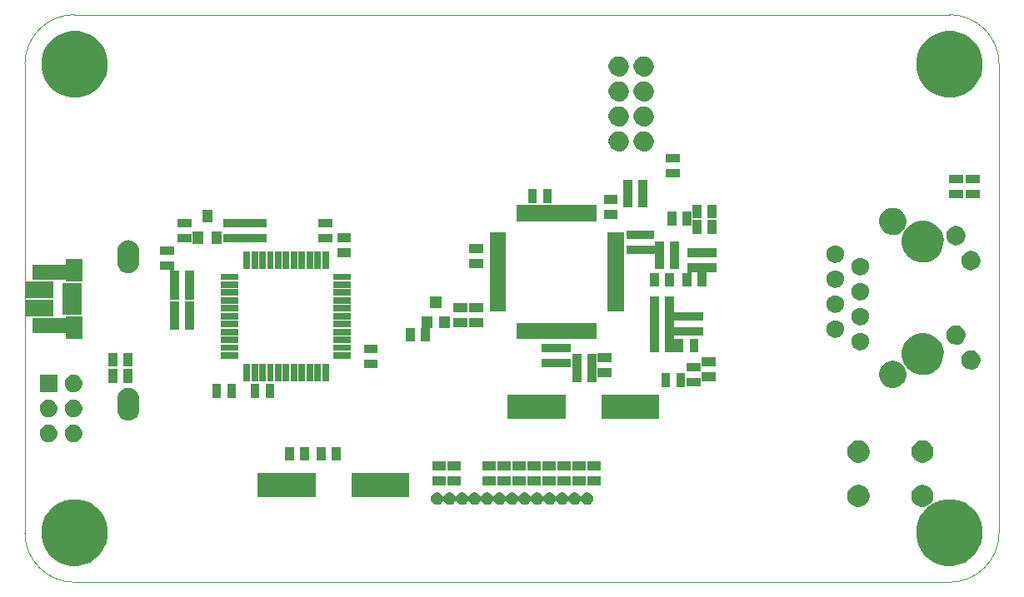
<source format=gts>
G04 (created by PCBNEW (2013-07-07 BZR 4022)-stable) date 04/07/2014 12:13:20*
%MOIN*%
G04 Gerber Fmt 3.4, Leading zero omitted, Abs format*
%FSLAX34Y34*%
G01*
G70*
G90*
G04 APERTURE LIST*
%ADD10C,0.00590551*%
%ADD11C,0.00393701*%
G04 APERTURE END LIST*
G54D10*
G54D11*
X35531Y-48472D02*
X35531Y-29722D01*
X35531Y-48472D02*
G75*
G03X37518Y-50460I1987J0D01*
G74*
G01*
X72520Y-50460D02*
X37518Y-50460D01*
X72520Y-50460D02*
G75*
G03X74507Y-48472I0J1987D01*
G74*
G01*
X74507Y-29722D02*
X74507Y-48472D01*
X74507Y-29722D02*
G75*
G03X72520Y-27735I-1987J0D01*
G74*
G01*
X37518Y-27735D02*
X72520Y-27735D01*
X37518Y-27735D02*
G75*
G03X35531Y-29722I0J-1987D01*
G74*
G01*
G54D10*
G36*
X36657Y-39067D02*
X35569Y-39067D01*
X35569Y-38402D01*
X36657Y-38402D01*
X36657Y-39067D01*
X36657Y-39067D01*
G37*
G36*
X36657Y-39825D02*
X35569Y-39825D01*
X35569Y-39160D01*
X36657Y-39160D01*
X36657Y-39825D01*
X36657Y-39825D01*
G37*
G36*
X36831Y-43466D02*
X36830Y-43542D01*
X36814Y-43612D01*
X36787Y-43673D01*
X36746Y-43731D01*
X36698Y-43777D01*
X36637Y-43815D01*
X36576Y-43839D01*
X36505Y-43852D01*
X36439Y-43850D01*
X36369Y-43835D01*
X36309Y-43808D01*
X36249Y-43767D01*
X36204Y-43720D01*
X36165Y-43659D01*
X36140Y-43598D01*
X36127Y-43527D01*
X36128Y-43462D01*
X36143Y-43391D01*
X36169Y-43331D01*
X36210Y-43271D01*
X36257Y-43225D01*
X36317Y-43186D01*
X36378Y-43161D01*
X36449Y-43148D01*
X36515Y-43148D01*
X36586Y-43163D01*
X36646Y-43188D01*
X36706Y-43229D01*
X36752Y-43275D01*
X36792Y-43335D01*
X36817Y-43396D01*
X36817Y-43397D01*
X36817Y-43397D01*
X36824Y-43431D01*
X36831Y-43465D01*
X36831Y-43466D01*
X36831Y-43466D01*
G37*
G36*
X36831Y-44466D02*
X36830Y-44542D01*
X36814Y-44612D01*
X36787Y-44673D01*
X36746Y-44731D01*
X36698Y-44777D01*
X36637Y-44815D01*
X36576Y-44839D01*
X36505Y-44852D01*
X36439Y-44850D01*
X36369Y-44835D01*
X36309Y-44808D01*
X36249Y-44767D01*
X36204Y-44720D01*
X36165Y-44659D01*
X36140Y-44598D01*
X36127Y-44527D01*
X36128Y-44462D01*
X36143Y-44391D01*
X36169Y-44331D01*
X36210Y-44271D01*
X36257Y-44225D01*
X36317Y-44186D01*
X36378Y-44161D01*
X36449Y-44148D01*
X36515Y-44148D01*
X36586Y-44163D01*
X36646Y-44188D01*
X36706Y-44229D01*
X36752Y-44275D01*
X36792Y-44335D01*
X36817Y-44396D01*
X36817Y-44397D01*
X36817Y-44397D01*
X36824Y-44431D01*
X36831Y-44465D01*
X36831Y-44466D01*
X36831Y-44466D01*
G37*
G36*
X36831Y-42851D02*
X36128Y-42851D01*
X36128Y-42148D01*
X36831Y-42148D01*
X36831Y-42851D01*
X36831Y-42851D01*
G37*
G36*
X37818Y-39756D02*
X37026Y-39756D01*
X37026Y-39523D01*
X37026Y-39515D01*
X37026Y-39480D01*
X37026Y-39472D01*
X37026Y-39267D01*
X37026Y-39259D01*
X37026Y-39224D01*
X37026Y-39216D01*
X37026Y-39011D01*
X37026Y-39003D01*
X37026Y-38968D01*
X37026Y-38960D01*
X37026Y-38755D01*
X37026Y-38747D01*
X37026Y-38712D01*
X37026Y-38704D01*
X37026Y-38471D01*
X37818Y-38471D01*
X37818Y-38704D01*
X37818Y-38712D01*
X37818Y-38747D01*
X37818Y-38755D01*
X37818Y-38960D01*
X37818Y-38968D01*
X37818Y-39003D01*
X37818Y-39011D01*
X37818Y-39216D01*
X37818Y-39224D01*
X37818Y-39259D01*
X37818Y-39267D01*
X37818Y-39472D01*
X37818Y-39480D01*
X37818Y-39515D01*
X37818Y-39523D01*
X37818Y-39756D01*
X37818Y-39756D01*
G37*
G36*
X37831Y-42466D02*
X37830Y-42542D01*
X37814Y-42612D01*
X37787Y-42673D01*
X37746Y-42731D01*
X37698Y-42777D01*
X37637Y-42815D01*
X37576Y-42839D01*
X37505Y-42852D01*
X37439Y-42850D01*
X37369Y-42835D01*
X37309Y-42808D01*
X37249Y-42767D01*
X37204Y-42720D01*
X37165Y-42659D01*
X37140Y-42598D01*
X37127Y-42527D01*
X37128Y-42462D01*
X37143Y-42391D01*
X37169Y-42331D01*
X37210Y-42271D01*
X37257Y-42225D01*
X37317Y-42186D01*
X37378Y-42161D01*
X37449Y-42148D01*
X37515Y-42148D01*
X37586Y-42163D01*
X37646Y-42188D01*
X37706Y-42229D01*
X37752Y-42275D01*
X37792Y-42335D01*
X37817Y-42396D01*
X37817Y-42397D01*
X37817Y-42397D01*
X37824Y-42431D01*
X37831Y-42465D01*
X37831Y-42466D01*
X37831Y-42466D01*
G37*
G36*
X37831Y-43466D02*
X37830Y-43542D01*
X37814Y-43612D01*
X37787Y-43673D01*
X37746Y-43731D01*
X37698Y-43777D01*
X37637Y-43815D01*
X37576Y-43839D01*
X37505Y-43852D01*
X37439Y-43850D01*
X37369Y-43835D01*
X37309Y-43808D01*
X37249Y-43767D01*
X37204Y-43720D01*
X37165Y-43659D01*
X37140Y-43598D01*
X37127Y-43527D01*
X37128Y-43462D01*
X37143Y-43391D01*
X37169Y-43331D01*
X37210Y-43271D01*
X37257Y-43225D01*
X37317Y-43186D01*
X37378Y-43161D01*
X37449Y-43148D01*
X37515Y-43148D01*
X37586Y-43163D01*
X37646Y-43188D01*
X37706Y-43229D01*
X37752Y-43275D01*
X37792Y-43335D01*
X37817Y-43396D01*
X37817Y-43397D01*
X37817Y-43397D01*
X37824Y-43431D01*
X37831Y-43465D01*
X37831Y-43466D01*
X37831Y-43466D01*
G37*
G36*
X37831Y-44466D02*
X37830Y-44542D01*
X37814Y-44612D01*
X37787Y-44673D01*
X37746Y-44731D01*
X37698Y-44777D01*
X37637Y-44815D01*
X37576Y-44839D01*
X37505Y-44852D01*
X37439Y-44850D01*
X37369Y-44835D01*
X37309Y-44808D01*
X37249Y-44767D01*
X37204Y-44720D01*
X37165Y-44659D01*
X37140Y-44598D01*
X37127Y-44527D01*
X37128Y-44462D01*
X37143Y-44391D01*
X37169Y-44331D01*
X37210Y-44271D01*
X37257Y-44225D01*
X37317Y-44186D01*
X37378Y-44161D01*
X37449Y-44148D01*
X37515Y-44148D01*
X37586Y-44163D01*
X37646Y-44188D01*
X37706Y-44229D01*
X37752Y-44275D01*
X37792Y-44335D01*
X37817Y-44396D01*
X37817Y-44397D01*
X37817Y-44397D01*
X37824Y-44431D01*
X37831Y-44465D01*
X37831Y-44466D01*
X37831Y-44466D01*
G37*
G36*
X37842Y-38417D02*
X37164Y-38417D01*
X37164Y-38371D01*
X37164Y-38364D01*
X37161Y-38357D01*
X37156Y-38351D01*
X37148Y-38348D01*
X37141Y-38348D01*
X35825Y-38348D01*
X35825Y-37733D01*
X37141Y-37733D01*
X37148Y-37733D01*
X37156Y-37730D01*
X37161Y-37725D01*
X37164Y-37718D01*
X37164Y-37710D01*
X37164Y-37527D01*
X37842Y-37527D01*
X37842Y-38417D01*
X37842Y-38417D01*
G37*
G36*
X37842Y-40700D02*
X37164Y-40700D01*
X37164Y-40517D01*
X37164Y-40509D01*
X37161Y-40502D01*
X37156Y-40497D01*
X37148Y-40494D01*
X37141Y-40494D01*
X35825Y-40494D01*
X35825Y-39879D01*
X37141Y-39879D01*
X37148Y-39879D01*
X37156Y-39876D01*
X37161Y-39870D01*
X37164Y-39863D01*
X37164Y-39856D01*
X37164Y-39810D01*
X37842Y-39810D01*
X37842Y-40700D01*
X37842Y-40700D01*
G37*
G36*
X38850Y-29594D02*
X38846Y-29889D01*
X38788Y-30146D01*
X38683Y-30382D01*
X38531Y-30598D01*
X38344Y-30776D01*
X38121Y-30917D01*
X37880Y-31011D01*
X37620Y-31056D01*
X37362Y-31051D01*
X37104Y-30994D01*
X36868Y-30891D01*
X36651Y-30740D01*
X36472Y-30555D01*
X36329Y-30333D01*
X36234Y-30093D01*
X36186Y-29833D01*
X36190Y-29576D01*
X36245Y-29317D01*
X36346Y-29080D01*
X36496Y-28862D01*
X36680Y-28682D01*
X36901Y-28537D01*
X37140Y-28441D01*
X37400Y-28391D01*
X37657Y-28393D01*
X37916Y-28446D01*
X38154Y-28546D01*
X38373Y-28694D01*
X38554Y-28876D01*
X38701Y-29097D01*
X38799Y-29335D01*
X38850Y-29594D01*
X38850Y-29594D01*
G37*
G36*
X38850Y-48344D02*
X38846Y-48639D01*
X38788Y-48896D01*
X38683Y-49132D01*
X38531Y-49348D01*
X38344Y-49526D01*
X38121Y-49667D01*
X37880Y-49761D01*
X37620Y-49806D01*
X37362Y-49801D01*
X37104Y-49744D01*
X36868Y-49641D01*
X36651Y-49490D01*
X36472Y-49305D01*
X36329Y-49083D01*
X36234Y-48843D01*
X36186Y-48583D01*
X36190Y-48326D01*
X36245Y-48067D01*
X36346Y-47830D01*
X36496Y-47612D01*
X36680Y-47432D01*
X36901Y-47287D01*
X37140Y-47191D01*
X37400Y-47141D01*
X37657Y-47143D01*
X37916Y-47196D01*
X38154Y-47296D01*
X38373Y-47444D01*
X38554Y-47626D01*
X38701Y-47847D01*
X38799Y-48085D01*
X38850Y-48344D01*
X38850Y-48344D01*
G37*
G36*
X39226Y-41826D02*
X38873Y-41826D01*
X38873Y-41273D01*
X39226Y-41273D01*
X39226Y-41826D01*
X39226Y-41826D01*
G37*
G36*
X39226Y-42476D02*
X38873Y-42476D01*
X38873Y-41923D01*
X39226Y-41923D01*
X39226Y-42476D01*
X39226Y-42476D01*
G37*
G36*
X39826Y-41826D02*
X39473Y-41826D01*
X39473Y-41273D01*
X39826Y-41273D01*
X39826Y-41826D01*
X39826Y-41826D01*
G37*
G36*
X39826Y-42476D02*
X39473Y-42476D01*
X39473Y-41923D01*
X39826Y-41923D01*
X39826Y-42476D01*
X39826Y-42476D01*
G37*
G36*
X40110Y-37641D02*
X40110Y-37647D01*
X40110Y-37651D01*
X40110Y-37651D01*
X40100Y-37737D01*
X40100Y-37737D01*
X40100Y-37737D01*
X40074Y-37820D01*
X40032Y-37896D01*
X39976Y-37962D01*
X39908Y-38017D01*
X39832Y-38057D01*
X39748Y-38082D01*
X39662Y-38089D01*
X39575Y-38080D01*
X39493Y-38055D01*
X39416Y-38013D01*
X39349Y-37958D01*
X39294Y-37891D01*
X39254Y-37814D01*
X39228Y-37731D01*
X39220Y-37641D01*
X39220Y-37209D01*
X39220Y-37202D01*
X39220Y-37199D01*
X39220Y-37199D01*
X39230Y-37112D01*
X39230Y-37112D01*
X39230Y-37112D01*
X39256Y-37030D01*
X39298Y-36953D01*
X39353Y-36887D01*
X39421Y-36833D01*
X39498Y-36792D01*
X39582Y-36768D01*
X39668Y-36760D01*
X39754Y-36769D01*
X39837Y-36795D01*
X39914Y-36836D01*
X39980Y-36891D01*
X40035Y-36959D01*
X40076Y-37035D01*
X40101Y-37118D01*
X40110Y-37209D01*
X40110Y-37641D01*
X40110Y-37641D01*
G37*
G36*
X40110Y-43546D02*
X40110Y-43553D01*
X40110Y-43556D01*
X40110Y-43556D01*
X40100Y-43642D01*
X40100Y-43643D01*
X40100Y-43643D01*
X40074Y-43725D01*
X40032Y-43802D01*
X39976Y-43868D01*
X39908Y-43922D01*
X39832Y-43962D01*
X39748Y-43987D01*
X39662Y-43995D01*
X39575Y-43986D01*
X39493Y-43960D01*
X39416Y-43919D01*
X39349Y-43864D01*
X39294Y-43796D01*
X39254Y-43720D01*
X39228Y-43636D01*
X39220Y-43546D01*
X39220Y-43114D01*
X39220Y-43108D01*
X39220Y-43104D01*
X39220Y-43104D01*
X39230Y-43018D01*
X39230Y-43018D01*
X39230Y-43018D01*
X39256Y-42935D01*
X39298Y-42859D01*
X39353Y-42793D01*
X39421Y-42738D01*
X39498Y-42698D01*
X39582Y-42673D01*
X39668Y-42666D01*
X39754Y-42675D01*
X39837Y-42700D01*
X39914Y-42742D01*
X39980Y-42797D01*
X40035Y-42864D01*
X40076Y-42941D01*
X40101Y-43024D01*
X40110Y-43114D01*
X40110Y-43546D01*
X40110Y-43546D01*
G37*
G36*
X41497Y-37360D02*
X40943Y-37360D01*
X40943Y-37007D01*
X41497Y-37007D01*
X41497Y-37360D01*
X41497Y-37360D01*
G37*
G36*
X41687Y-39138D02*
X41334Y-39138D01*
X41334Y-38571D01*
X41334Y-38570D01*
X41334Y-38563D01*
X41334Y-38562D01*
X41334Y-37983D01*
X41334Y-37976D01*
X41331Y-37969D01*
X41326Y-37963D01*
X41318Y-37960D01*
X41311Y-37960D01*
X40943Y-37960D01*
X40943Y-37607D01*
X41497Y-37607D01*
X41497Y-37971D01*
X41497Y-37979D01*
X41499Y-37986D01*
X41505Y-37992D01*
X41512Y-37995D01*
X41520Y-37995D01*
X41687Y-37995D01*
X41687Y-38562D01*
X41687Y-38563D01*
X41687Y-38570D01*
X41687Y-38571D01*
X41687Y-39138D01*
X41687Y-39138D01*
G37*
G36*
X41687Y-40359D02*
X41334Y-40359D01*
X41334Y-39791D01*
X41334Y-39790D01*
X41334Y-39784D01*
X41334Y-39782D01*
X41334Y-39215D01*
X41687Y-39215D01*
X41687Y-39782D01*
X41687Y-39784D01*
X41687Y-39790D01*
X41687Y-39791D01*
X41687Y-40359D01*
X41687Y-40359D01*
G37*
G36*
X42205Y-36258D02*
X41652Y-36258D01*
X41652Y-35905D01*
X42205Y-35905D01*
X42205Y-36258D01*
X42205Y-36258D01*
G37*
G36*
X42205Y-36858D02*
X41652Y-36858D01*
X41652Y-36505D01*
X42205Y-36505D01*
X42205Y-36858D01*
X42205Y-36858D01*
G37*
G36*
X42287Y-39138D02*
X41934Y-39138D01*
X41934Y-38571D01*
X41934Y-38570D01*
X41934Y-38563D01*
X41934Y-38562D01*
X41934Y-37995D01*
X42287Y-37995D01*
X42287Y-38562D01*
X42287Y-38563D01*
X42287Y-38570D01*
X42287Y-38571D01*
X42287Y-39138D01*
X42287Y-39138D01*
G37*
G36*
X42287Y-40359D02*
X41934Y-40359D01*
X41934Y-39791D01*
X41934Y-39790D01*
X41934Y-39784D01*
X41934Y-39782D01*
X41934Y-39215D01*
X42287Y-39215D01*
X42287Y-39782D01*
X42287Y-39784D01*
X42287Y-39790D01*
X42287Y-39791D01*
X42287Y-40359D01*
X42287Y-40359D01*
G37*
G36*
X42668Y-36905D02*
X42250Y-36905D01*
X42250Y-36408D01*
X42668Y-36408D01*
X42668Y-36905D01*
X42668Y-36905D01*
G37*
G36*
X43043Y-36039D02*
X42625Y-36039D01*
X42625Y-35542D01*
X43043Y-35542D01*
X43043Y-36039D01*
X43043Y-36039D01*
G37*
G36*
X43380Y-43075D02*
X43027Y-43075D01*
X43027Y-42522D01*
X43380Y-42522D01*
X43380Y-43075D01*
X43380Y-43075D01*
G37*
G36*
X43418Y-36905D02*
X43000Y-36905D01*
X43000Y-36408D01*
X43418Y-36408D01*
X43418Y-36905D01*
X43418Y-36905D01*
G37*
G36*
X43980Y-43075D02*
X43627Y-43075D01*
X43627Y-42522D01*
X43980Y-42522D01*
X43980Y-43075D01*
X43980Y-43075D01*
G37*
G36*
X44085Y-38363D02*
X43382Y-38363D01*
X43382Y-38100D01*
X44085Y-38100D01*
X44085Y-38363D01*
X44085Y-38363D01*
G37*
G36*
X44085Y-38678D02*
X43382Y-38678D01*
X43382Y-38415D01*
X44085Y-38415D01*
X44085Y-38678D01*
X44085Y-38678D01*
G37*
G36*
X44085Y-38993D02*
X43382Y-38993D01*
X43382Y-38730D01*
X44085Y-38730D01*
X44085Y-38993D01*
X44085Y-38993D01*
G37*
G36*
X44085Y-39308D02*
X43382Y-39308D01*
X43382Y-39045D01*
X44085Y-39045D01*
X44085Y-39308D01*
X44085Y-39308D01*
G37*
G36*
X44085Y-39623D02*
X43382Y-39623D01*
X43382Y-39360D01*
X44085Y-39360D01*
X44085Y-39623D01*
X44085Y-39623D01*
G37*
G36*
X44085Y-39938D02*
X43382Y-39938D01*
X43382Y-39675D01*
X44085Y-39675D01*
X44085Y-39938D01*
X44085Y-39938D01*
G37*
G36*
X44085Y-40253D02*
X43382Y-40253D01*
X43382Y-39990D01*
X44085Y-39990D01*
X44085Y-40253D01*
X44085Y-40253D01*
G37*
G36*
X44085Y-40568D02*
X43382Y-40568D01*
X43382Y-40305D01*
X44085Y-40305D01*
X44085Y-40568D01*
X44085Y-40568D01*
G37*
G36*
X44085Y-40883D02*
X43382Y-40883D01*
X43382Y-40620D01*
X44085Y-40620D01*
X44085Y-40883D01*
X44085Y-40883D01*
G37*
G36*
X44085Y-41198D02*
X43382Y-41198D01*
X43382Y-40935D01*
X44085Y-40935D01*
X44085Y-41198D01*
X44085Y-41198D01*
G37*
G36*
X44085Y-41513D02*
X43382Y-41513D01*
X43382Y-41250D01*
X44085Y-41250D01*
X44085Y-41513D01*
X44085Y-41513D01*
G37*
G36*
X44540Y-37908D02*
X44277Y-37908D01*
X44277Y-37205D01*
X44540Y-37205D01*
X44540Y-37908D01*
X44540Y-37908D01*
G37*
G36*
X44540Y-42408D02*
X44277Y-42408D01*
X44277Y-41705D01*
X44540Y-41705D01*
X44540Y-42408D01*
X44540Y-42408D01*
G37*
G36*
X44855Y-37908D02*
X44592Y-37908D01*
X44592Y-37205D01*
X44855Y-37205D01*
X44855Y-37908D01*
X44855Y-37908D01*
G37*
G36*
X44855Y-42408D02*
X44592Y-42408D01*
X44592Y-41705D01*
X44855Y-41705D01*
X44855Y-42408D01*
X44855Y-42408D01*
G37*
G36*
X44915Y-43075D02*
X44562Y-43075D01*
X44562Y-42522D01*
X44915Y-42522D01*
X44915Y-43075D01*
X44915Y-43075D01*
G37*
G36*
X45170Y-37908D02*
X44907Y-37908D01*
X44907Y-37205D01*
X45170Y-37205D01*
X45170Y-37908D01*
X45170Y-37908D01*
G37*
G36*
X45170Y-42408D02*
X44907Y-42408D01*
X44907Y-41705D01*
X45170Y-41705D01*
X45170Y-42408D01*
X45170Y-42408D01*
G37*
G36*
X45197Y-36258D02*
X44630Y-36258D01*
X44629Y-36258D01*
X44622Y-36258D01*
X44621Y-36258D01*
X44039Y-36258D01*
X44038Y-36258D01*
X44032Y-36258D01*
X44031Y-36258D01*
X43463Y-36258D01*
X43463Y-35905D01*
X44031Y-35905D01*
X44032Y-35905D01*
X44038Y-35905D01*
X44039Y-35905D01*
X44621Y-35905D01*
X44622Y-35905D01*
X44629Y-35905D01*
X44630Y-35905D01*
X45197Y-35905D01*
X45197Y-36258D01*
X45197Y-36258D01*
G37*
G36*
X45197Y-36858D02*
X44630Y-36858D01*
X44629Y-36858D01*
X44622Y-36858D01*
X44621Y-36858D01*
X44039Y-36858D01*
X44038Y-36858D01*
X44032Y-36858D01*
X44031Y-36858D01*
X43463Y-36858D01*
X43463Y-36505D01*
X44031Y-36505D01*
X44032Y-36505D01*
X44038Y-36505D01*
X44039Y-36505D01*
X44621Y-36505D01*
X44622Y-36505D01*
X44629Y-36505D01*
X44630Y-36505D01*
X45197Y-36505D01*
X45197Y-36858D01*
X45197Y-36858D01*
G37*
G36*
X45485Y-37908D02*
X45222Y-37908D01*
X45222Y-37205D01*
X45485Y-37205D01*
X45485Y-37908D01*
X45485Y-37908D01*
G37*
G36*
X45485Y-42408D02*
X45222Y-42408D01*
X45222Y-41705D01*
X45485Y-41705D01*
X45485Y-42408D01*
X45485Y-42408D01*
G37*
G36*
X45515Y-43075D02*
X45162Y-43075D01*
X45162Y-42522D01*
X45515Y-42522D01*
X45515Y-43075D01*
X45515Y-43075D01*
G37*
G36*
X45800Y-37908D02*
X45537Y-37908D01*
X45537Y-37205D01*
X45800Y-37205D01*
X45800Y-37908D01*
X45800Y-37908D01*
G37*
G36*
X45800Y-42408D02*
X45537Y-42408D01*
X45537Y-41705D01*
X45800Y-41705D01*
X45800Y-42408D01*
X45800Y-42408D01*
G37*
G36*
X46115Y-37908D02*
X45852Y-37908D01*
X45852Y-37205D01*
X46115Y-37205D01*
X46115Y-37908D01*
X46115Y-37908D01*
G37*
G36*
X46115Y-42408D02*
X45852Y-42408D01*
X45852Y-41705D01*
X46115Y-41705D01*
X46115Y-42408D01*
X46115Y-42408D01*
G37*
G36*
X46293Y-45595D02*
X45940Y-45595D01*
X45940Y-45042D01*
X46293Y-45042D01*
X46293Y-45595D01*
X46293Y-45595D01*
G37*
G36*
X46430Y-37908D02*
X46167Y-37908D01*
X46167Y-37205D01*
X46430Y-37205D01*
X46430Y-37908D01*
X46430Y-37908D01*
G37*
G36*
X46430Y-42408D02*
X46167Y-42408D01*
X46167Y-41705D01*
X46430Y-41705D01*
X46430Y-42408D01*
X46430Y-42408D01*
G37*
G36*
X46745Y-37908D02*
X46482Y-37908D01*
X46482Y-37205D01*
X46745Y-37205D01*
X46745Y-37908D01*
X46745Y-37908D01*
G37*
G36*
X46745Y-42408D02*
X46482Y-42408D01*
X46482Y-41705D01*
X46745Y-41705D01*
X46745Y-42408D01*
X46745Y-42408D01*
G37*
G36*
X46893Y-45595D02*
X46540Y-45595D01*
X46540Y-45042D01*
X46893Y-45042D01*
X46893Y-45595D01*
X46893Y-45595D01*
G37*
G36*
X47060Y-37908D02*
X46797Y-37908D01*
X46797Y-37205D01*
X47060Y-37205D01*
X47060Y-37908D01*
X47060Y-37908D01*
G37*
G36*
X47060Y-42408D02*
X46797Y-42408D01*
X46797Y-41705D01*
X47060Y-41705D01*
X47060Y-42408D01*
X47060Y-42408D01*
G37*
G36*
X47157Y-47063D02*
X44850Y-47063D01*
X44850Y-46094D01*
X47157Y-46094D01*
X47157Y-47063D01*
X47157Y-47063D01*
G37*
G36*
X47375Y-37908D02*
X47112Y-37908D01*
X47112Y-37205D01*
X47375Y-37205D01*
X47375Y-37908D01*
X47375Y-37908D01*
G37*
G36*
X47375Y-42408D02*
X47112Y-42408D01*
X47112Y-41705D01*
X47375Y-41705D01*
X47375Y-42408D01*
X47375Y-42408D01*
G37*
G36*
X47553Y-45595D02*
X47200Y-45595D01*
X47200Y-45042D01*
X47553Y-45042D01*
X47553Y-45595D01*
X47553Y-45595D01*
G37*
G36*
X47690Y-37908D02*
X47427Y-37908D01*
X47427Y-37205D01*
X47690Y-37205D01*
X47690Y-37908D01*
X47690Y-37908D01*
G37*
G36*
X47690Y-42408D02*
X47427Y-42408D01*
X47427Y-41705D01*
X47690Y-41705D01*
X47690Y-42408D01*
X47690Y-42408D01*
G37*
G36*
X47835Y-36258D02*
X47282Y-36258D01*
X47282Y-35905D01*
X47835Y-35905D01*
X47835Y-36258D01*
X47835Y-36258D01*
G37*
G36*
X47835Y-36858D02*
X47282Y-36858D01*
X47282Y-36505D01*
X47835Y-36505D01*
X47835Y-36858D01*
X47835Y-36858D01*
G37*
G36*
X48153Y-45595D02*
X47800Y-45595D01*
X47800Y-45042D01*
X48153Y-45042D01*
X48153Y-45595D01*
X48153Y-45595D01*
G37*
G36*
X48583Y-36849D02*
X48030Y-36849D01*
X48030Y-36495D01*
X48583Y-36495D01*
X48583Y-36849D01*
X48583Y-36849D01*
G37*
G36*
X48583Y-37449D02*
X48030Y-37449D01*
X48030Y-37095D01*
X48583Y-37095D01*
X48583Y-37449D01*
X48583Y-37449D01*
G37*
G36*
X48585Y-38363D02*
X47882Y-38363D01*
X47882Y-38100D01*
X48585Y-38100D01*
X48585Y-38363D01*
X48585Y-38363D01*
G37*
G36*
X48585Y-38678D02*
X47882Y-38678D01*
X47882Y-38415D01*
X48585Y-38415D01*
X48585Y-38678D01*
X48585Y-38678D01*
G37*
G36*
X48585Y-38993D02*
X47882Y-38993D01*
X47882Y-38730D01*
X48585Y-38730D01*
X48585Y-38993D01*
X48585Y-38993D01*
G37*
G36*
X48585Y-39308D02*
X47882Y-39308D01*
X47882Y-39045D01*
X48585Y-39045D01*
X48585Y-39308D01*
X48585Y-39308D01*
G37*
G36*
X48585Y-39623D02*
X47882Y-39623D01*
X47882Y-39360D01*
X48585Y-39360D01*
X48585Y-39623D01*
X48585Y-39623D01*
G37*
G36*
X48585Y-39938D02*
X47882Y-39938D01*
X47882Y-39675D01*
X48585Y-39675D01*
X48585Y-39938D01*
X48585Y-39938D01*
G37*
G36*
X48585Y-40253D02*
X47882Y-40253D01*
X47882Y-39990D01*
X48585Y-39990D01*
X48585Y-40253D01*
X48585Y-40253D01*
G37*
G36*
X48585Y-40568D02*
X47882Y-40568D01*
X47882Y-40305D01*
X48585Y-40305D01*
X48585Y-40568D01*
X48585Y-40568D01*
G37*
G36*
X48585Y-40883D02*
X47882Y-40883D01*
X47882Y-40620D01*
X48585Y-40620D01*
X48585Y-40883D01*
X48585Y-40883D01*
G37*
G36*
X48585Y-41198D02*
X47882Y-41198D01*
X47882Y-40935D01*
X48585Y-40935D01*
X48585Y-41198D01*
X48585Y-41198D01*
G37*
G36*
X48585Y-41513D02*
X47882Y-41513D01*
X47882Y-41250D01*
X48585Y-41250D01*
X48585Y-41513D01*
X48585Y-41513D01*
G37*
G36*
X49646Y-41297D02*
X49093Y-41297D01*
X49093Y-40944D01*
X49646Y-40944D01*
X49646Y-41297D01*
X49646Y-41297D01*
G37*
G36*
X49646Y-41897D02*
X49093Y-41897D01*
X49093Y-41544D01*
X49646Y-41544D01*
X49646Y-41897D01*
X49646Y-41897D01*
G37*
G36*
X50898Y-47063D02*
X48590Y-47063D01*
X48590Y-46094D01*
X50898Y-46094D01*
X50898Y-47063D01*
X50898Y-47063D01*
G37*
G36*
X51136Y-40831D02*
X50783Y-40831D01*
X50783Y-40278D01*
X51136Y-40278D01*
X51136Y-40831D01*
X51136Y-40831D01*
G37*
G36*
X51850Y-40281D02*
X51759Y-40281D01*
X51751Y-40281D01*
X51744Y-40284D01*
X51739Y-40289D01*
X51736Y-40296D01*
X51736Y-40304D01*
X51736Y-40831D01*
X51383Y-40831D01*
X51383Y-40270D01*
X51384Y-40270D01*
X51386Y-40263D01*
X51386Y-40255D01*
X51386Y-39818D01*
X51850Y-39818D01*
X51850Y-40281D01*
X51850Y-40281D01*
G37*
G36*
X52200Y-39481D02*
X51736Y-39481D01*
X51736Y-39018D01*
X52200Y-39018D01*
X52200Y-39481D01*
X52200Y-39481D01*
G37*
G36*
X52376Y-45976D02*
X51823Y-45976D01*
X51823Y-45623D01*
X52376Y-45623D01*
X52376Y-45976D01*
X52376Y-45976D01*
G37*
G36*
X52376Y-46576D02*
X51823Y-46576D01*
X51823Y-46223D01*
X52376Y-46223D01*
X52376Y-46576D01*
X52376Y-46576D01*
G37*
G36*
X52550Y-40281D02*
X52086Y-40281D01*
X52086Y-39818D01*
X52550Y-39818D01*
X52550Y-40281D01*
X52550Y-40281D01*
G37*
G36*
X52976Y-45976D02*
X52423Y-45976D01*
X52423Y-45623D01*
X52976Y-45623D01*
X52976Y-45976D01*
X52976Y-45976D01*
G37*
G36*
X52976Y-46576D02*
X52423Y-46576D01*
X52423Y-46223D01*
X52976Y-46223D01*
X52976Y-46576D01*
X52976Y-46576D01*
G37*
G36*
X53229Y-39644D02*
X52676Y-39644D01*
X52676Y-39291D01*
X53229Y-39291D01*
X53229Y-39644D01*
X53229Y-39644D01*
G37*
G36*
X53229Y-40244D02*
X52676Y-40244D01*
X52676Y-39891D01*
X53229Y-39891D01*
X53229Y-40244D01*
X53229Y-40244D01*
G37*
G36*
X53859Y-37282D02*
X53306Y-37282D01*
X53306Y-36928D01*
X53859Y-36928D01*
X53859Y-37282D01*
X53859Y-37282D01*
G37*
G36*
X53859Y-37882D02*
X53306Y-37882D01*
X53306Y-37528D01*
X53859Y-37528D01*
X53859Y-37882D01*
X53859Y-37882D01*
G37*
G36*
X53859Y-39644D02*
X53306Y-39644D01*
X53306Y-39291D01*
X53859Y-39291D01*
X53859Y-39644D01*
X53859Y-39644D01*
G37*
G36*
X53859Y-40244D02*
X53306Y-40244D01*
X53306Y-39891D01*
X53859Y-39891D01*
X53859Y-40244D01*
X53859Y-40244D01*
G37*
G36*
X54376Y-45976D02*
X53823Y-45976D01*
X53823Y-45623D01*
X54376Y-45623D01*
X54376Y-45976D01*
X54376Y-45976D01*
G37*
G36*
X54376Y-46576D02*
X53823Y-46576D01*
X53823Y-46223D01*
X54376Y-46223D01*
X54376Y-46576D01*
X54376Y-46576D01*
G37*
G36*
X54775Y-39628D02*
X54121Y-39628D01*
X54121Y-39493D01*
X54121Y-39486D01*
X54121Y-39419D01*
X54121Y-39411D01*
X54121Y-39336D01*
X54121Y-39328D01*
X54121Y-39261D01*
X54121Y-39254D01*
X54121Y-39179D01*
X54121Y-39171D01*
X54121Y-39104D01*
X54121Y-39096D01*
X54121Y-39021D01*
X54121Y-39013D01*
X54121Y-38946D01*
X54121Y-38939D01*
X54121Y-38864D01*
X54121Y-38856D01*
X54121Y-38789D01*
X54121Y-38781D01*
X54121Y-38706D01*
X54121Y-38698D01*
X54121Y-38631D01*
X54121Y-38624D01*
X54121Y-38549D01*
X54121Y-38541D01*
X54121Y-38474D01*
X54121Y-38466D01*
X54121Y-38391D01*
X54121Y-38383D01*
X54121Y-38316D01*
X54121Y-38309D01*
X54121Y-38234D01*
X54121Y-38226D01*
X54121Y-38159D01*
X54121Y-38151D01*
X54121Y-38076D01*
X54121Y-38068D01*
X54121Y-38001D01*
X54121Y-37994D01*
X54121Y-37919D01*
X54121Y-37911D01*
X54121Y-37844D01*
X54121Y-37836D01*
X54121Y-37761D01*
X54121Y-37754D01*
X54121Y-37686D01*
X54121Y-37679D01*
X54121Y-37604D01*
X54121Y-37596D01*
X54121Y-37529D01*
X54121Y-37521D01*
X54121Y-37446D01*
X54121Y-37439D01*
X54121Y-37371D01*
X54121Y-37364D01*
X54121Y-37289D01*
X54121Y-37281D01*
X54121Y-37214D01*
X54121Y-37206D01*
X54121Y-37131D01*
X54121Y-37124D01*
X54121Y-37056D01*
X54121Y-37049D01*
X54121Y-36974D01*
X54121Y-36966D01*
X54121Y-36899D01*
X54121Y-36891D01*
X54121Y-36816D01*
X54121Y-36809D01*
X54121Y-36742D01*
X54121Y-36734D01*
X54121Y-36659D01*
X54121Y-36651D01*
X54121Y-36584D01*
X54121Y-36576D01*
X54121Y-36442D01*
X54775Y-36442D01*
X54775Y-36576D01*
X54775Y-36584D01*
X54775Y-36651D01*
X54775Y-36659D01*
X54775Y-36734D01*
X54775Y-36742D01*
X54775Y-36809D01*
X54775Y-36816D01*
X54775Y-36891D01*
X54775Y-36899D01*
X54775Y-36966D01*
X54775Y-36974D01*
X54775Y-37049D01*
X54775Y-37056D01*
X54775Y-37124D01*
X54775Y-37131D01*
X54775Y-37206D01*
X54775Y-37214D01*
X54775Y-37281D01*
X54775Y-37289D01*
X54775Y-37364D01*
X54775Y-37371D01*
X54775Y-37439D01*
X54775Y-37446D01*
X54775Y-37521D01*
X54775Y-37529D01*
X54775Y-37596D01*
X54775Y-37604D01*
X54775Y-37679D01*
X54775Y-37686D01*
X54775Y-37754D01*
X54775Y-37761D01*
X54775Y-37836D01*
X54775Y-37844D01*
X54775Y-37911D01*
X54775Y-37919D01*
X54775Y-37994D01*
X54775Y-38001D01*
X54775Y-38068D01*
X54775Y-38076D01*
X54775Y-38151D01*
X54775Y-38159D01*
X54775Y-38226D01*
X54775Y-38234D01*
X54775Y-38309D01*
X54775Y-38316D01*
X54775Y-38383D01*
X54775Y-38391D01*
X54775Y-38466D01*
X54775Y-38474D01*
X54775Y-38541D01*
X54775Y-38549D01*
X54775Y-38624D01*
X54775Y-38631D01*
X54775Y-38698D01*
X54775Y-38706D01*
X54775Y-38781D01*
X54775Y-38789D01*
X54775Y-38856D01*
X54775Y-38864D01*
X54775Y-38939D01*
X54775Y-38946D01*
X54775Y-39013D01*
X54775Y-39021D01*
X54775Y-39096D01*
X54775Y-39104D01*
X54775Y-39171D01*
X54775Y-39179D01*
X54775Y-39254D01*
X54775Y-39261D01*
X54775Y-39328D01*
X54775Y-39336D01*
X54775Y-39411D01*
X54775Y-39419D01*
X54775Y-39486D01*
X54775Y-39493D01*
X54775Y-39628D01*
X54775Y-39628D01*
G37*
G36*
X54976Y-45976D02*
X54423Y-45976D01*
X54423Y-45623D01*
X54976Y-45623D01*
X54976Y-45976D01*
X54976Y-45976D01*
G37*
G36*
X54976Y-46576D02*
X54423Y-46576D01*
X54423Y-46223D01*
X54976Y-46223D01*
X54976Y-46576D01*
X54976Y-46576D01*
G37*
G36*
X55576Y-45976D02*
X55023Y-45976D01*
X55023Y-45623D01*
X55576Y-45623D01*
X55576Y-45976D01*
X55576Y-45976D01*
G37*
G36*
X55576Y-46576D02*
X55023Y-46576D01*
X55023Y-46223D01*
X55576Y-46223D01*
X55576Y-46576D01*
X55576Y-46576D01*
G37*
G36*
X56018Y-35280D02*
X55665Y-35280D01*
X55665Y-34727D01*
X56018Y-34727D01*
X56018Y-35280D01*
X56018Y-35280D01*
G37*
G36*
X56176Y-45976D02*
X55623Y-45976D01*
X55623Y-45623D01*
X56176Y-45623D01*
X56176Y-45976D01*
X56176Y-45976D01*
G37*
G36*
X56176Y-46576D02*
X55623Y-46576D01*
X55623Y-46223D01*
X56176Y-46223D01*
X56176Y-46576D01*
X56176Y-46576D01*
G37*
G36*
X56618Y-35280D02*
X56265Y-35280D01*
X56265Y-34727D01*
X56618Y-34727D01*
X56618Y-35280D01*
X56618Y-35280D01*
G37*
G36*
X56776Y-45976D02*
X56223Y-45976D01*
X56223Y-45623D01*
X56776Y-45623D01*
X56776Y-45976D01*
X56776Y-45976D01*
G37*
G36*
X56776Y-46576D02*
X56223Y-46576D01*
X56223Y-46223D01*
X56776Y-46223D01*
X56776Y-46576D01*
X56776Y-46576D01*
G37*
G36*
X57157Y-43913D02*
X54850Y-43913D01*
X54850Y-42944D01*
X57157Y-42944D01*
X57157Y-43913D01*
X57157Y-43913D01*
G37*
G36*
X57363Y-41258D02*
X56795Y-41258D01*
X56794Y-41258D01*
X56788Y-41258D01*
X56786Y-41258D01*
X56219Y-41258D01*
X56219Y-40905D01*
X56786Y-40905D01*
X56788Y-40905D01*
X56794Y-40905D01*
X56795Y-40905D01*
X57363Y-40905D01*
X57363Y-41258D01*
X57363Y-41258D01*
G37*
G36*
X57363Y-41858D02*
X56795Y-41858D01*
X56794Y-41858D01*
X56788Y-41858D01*
X56786Y-41858D01*
X56219Y-41858D01*
X56219Y-41505D01*
X56786Y-41505D01*
X56788Y-41505D01*
X56794Y-41505D01*
X56795Y-41505D01*
X57363Y-41505D01*
X57363Y-41858D01*
X57363Y-41858D01*
G37*
G36*
X57376Y-45976D02*
X56823Y-45976D01*
X56823Y-45623D01*
X57376Y-45623D01*
X57376Y-45976D01*
X57376Y-45976D01*
G37*
G36*
X57376Y-46576D02*
X56823Y-46576D01*
X56823Y-46223D01*
X57376Y-46223D01*
X57376Y-46576D01*
X57376Y-46576D01*
G37*
G36*
X57789Y-42445D02*
X57436Y-42445D01*
X57436Y-41878D01*
X57436Y-41877D01*
X57436Y-41870D01*
X57436Y-41869D01*
X57436Y-41302D01*
X57789Y-41302D01*
X57789Y-41869D01*
X57789Y-41870D01*
X57789Y-41877D01*
X57789Y-41878D01*
X57789Y-42445D01*
X57789Y-42445D01*
G37*
G36*
X57976Y-45976D02*
X57423Y-45976D01*
X57423Y-45623D01*
X57976Y-45623D01*
X57976Y-45976D01*
X57976Y-45976D01*
G37*
G36*
X57976Y-46576D02*
X57423Y-46576D01*
X57423Y-46223D01*
X57976Y-46223D01*
X57976Y-46576D01*
X57976Y-46576D01*
G37*
G36*
X58268Y-47087D02*
X58267Y-47140D01*
X58255Y-47190D01*
X58237Y-47232D01*
X58207Y-47274D01*
X58174Y-47305D01*
X58130Y-47333D01*
X58088Y-47350D01*
X58037Y-47359D01*
X57991Y-47358D01*
X57941Y-47346D01*
X57899Y-47328D01*
X57856Y-47299D01*
X57825Y-47266D01*
X57797Y-47222D01*
X57789Y-47202D01*
X57786Y-47195D01*
X57780Y-47190D01*
X57773Y-47187D01*
X57766Y-47187D01*
X57758Y-47190D01*
X57753Y-47195D01*
X57737Y-47232D01*
X57707Y-47274D01*
X57674Y-47305D01*
X57630Y-47333D01*
X57588Y-47350D01*
X57537Y-47359D01*
X57491Y-47358D01*
X57441Y-47346D01*
X57399Y-47328D01*
X57356Y-47299D01*
X57325Y-47266D01*
X57297Y-47222D01*
X57289Y-47202D01*
X57286Y-47195D01*
X57280Y-47190D01*
X57273Y-47187D01*
X57266Y-47187D01*
X57258Y-47190D01*
X57253Y-47195D01*
X57237Y-47232D01*
X57207Y-47274D01*
X57174Y-47305D01*
X57130Y-47333D01*
X57088Y-47350D01*
X57037Y-47359D01*
X56991Y-47358D01*
X56941Y-47346D01*
X56899Y-47328D01*
X56856Y-47299D01*
X56825Y-47266D01*
X56797Y-47222D01*
X56789Y-47202D01*
X56786Y-47195D01*
X56780Y-47190D01*
X56773Y-47187D01*
X56766Y-47187D01*
X56758Y-47190D01*
X56753Y-47195D01*
X56737Y-47232D01*
X56707Y-47274D01*
X56674Y-47305D01*
X56630Y-47333D01*
X56588Y-47350D01*
X56537Y-47359D01*
X56491Y-47358D01*
X56441Y-47346D01*
X56399Y-47328D01*
X56356Y-47299D01*
X56325Y-47266D01*
X56297Y-47222D01*
X56289Y-47202D01*
X56286Y-47195D01*
X56280Y-47190D01*
X56273Y-47187D01*
X56266Y-47187D01*
X56258Y-47190D01*
X56253Y-47195D01*
X56237Y-47232D01*
X56207Y-47274D01*
X56174Y-47305D01*
X56130Y-47333D01*
X56088Y-47350D01*
X56037Y-47359D01*
X55991Y-47358D01*
X55941Y-47346D01*
X55899Y-47328D01*
X55856Y-47299D01*
X55825Y-47266D01*
X55797Y-47222D01*
X55789Y-47202D01*
X55786Y-47195D01*
X55780Y-47190D01*
X55773Y-47187D01*
X55766Y-47187D01*
X55758Y-47190D01*
X55753Y-47195D01*
X55737Y-47232D01*
X55707Y-47274D01*
X55674Y-47305D01*
X55630Y-47333D01*
X55588Y-47350D01*
X55537Y-47359D01*
X55491Y-47358D01*
X55441Y-47346D01*
X55399Y-47328D01*
X55356Y-47299D01*
X55325Y-47266D01*
X55297Y-47222D01*
X55289Y-47202D01*
X55286Y-47195D01*
X55280Y-47190D01*
X55273Y-47187D01*
X55266Y-47187D01*
X55258Y-47190D01*
X55253Y-47195D01*
X55237Y-47232D01*
X55207Y-47274D01*
X55174Y-47305D01*
X55130Y-47333D01*
X55088Y-47350D01*
X55037Y-47359D01*
X54991Y-47358D01*
X54941Y-47346D01*
X54899Y-47328D01*
X54856Y-47299D01*
X54825Y-47266D01*
X54797Y-47222D01*
X54789Y-47202D01*
X54786Y-47195D01*
X54780Y-47190D01*
X54773Y-47187D01*
X54766Y-47187D01*
X54758Y-47190D01*
X54753Y-47195D01*
X54737Y-47232D01*
X54707Y-47274D01*
X54674Y-47305D01*
X54630Y-47333D01*
X54588Y-47350D01*
X54537Y-47359D01*
X54491Y-47358D01*
X54441Y-47346D01*
X54399Y-47328D01*
X54356Y-47299D01*
X54325Y-47266D01*
X54297Y-47222D01*
X54289Y-47202D01*
X54286Y-47195D01*
X54280Y-47190D01*
X54273Y-47187D01*
X54266Y-47187D01*
X54258Y-47190D01*
X54253Y-47195D01*
X54237Y-47232D01*
X54207Y-47274D01*
X54174Y-47305D01*
X54130Y-47333D01*
X54088Y-47350D01*
X54037Y-47359D01*
X53991Y-47358D01*
X53941Y-47346D01*
X53899Y-47328D01*
X53856Y-47299D01*
X53825Y-47266D01*
X53797Y-47222D01*
X53789Y-47202D01*
X53786Y-47195D01*
X53780Y-47190D01*
X53773Y-47187D01*
X53766Y-47187D01*
X53758Y-47190D01*
X53753Y-47195D01*
X53737Y-47232D01*
X53707Y-47274D01*
X53674Y-47305D01*
X53630Y-47333D01*
X53588Y-47350D01*
X53537Y-47359D01*
X53491Y-47358D01*
X53441Y-47346D01*
X53399Y-47328D01*
X53356Y-47299D01*
X53325Y-47266D01*
X53297Y-47222D01*
X53289Y-47202D01*
X53286Y-47195D01*
X53280Y-47190D01*
X53273Y-47187D01*
X53266Y-47187D01*
X53258Y-47190D01*
X53253Y-47195D01*
X53237Y-47232D01*
X53207Y-47274D01*
X53174Y-47305D01*
X53130Y-47333D01*
X53088Y-47350D01*
X53037Y-47359D01*
X52991Y-47358D01*
X52941Y-47346D01*
X52899Y-47328D01*
X52856Y-47299D01*
X52825Y-47266D01*
X52797Y-47222D01*
X52789Y-47202D01*
X52786Y-47195D01*
X52780Y-47190D01*
X52773Y-47187D01*
X52766Y-47187D01*
X52758Y-47190D01*
X52753Y-47195D01*
X52737Y-47232D01*
X52707Y-47274D01*
X52674Y-47305D01*
X52630Y-47333D01*
X52588Y-47350D01*
X52537Y-47359D01*
X52491Y-47358D01*
X52441Y-47346D01*
X52399Y-47328D01*
X52356Y-47299D01*
X52325Y-47266D01*
X52297Y-47222D01*
X52289Y-47202D01*
X52286Y-47195D01*
X52280Y-47190D01*
X52273Y-47187D01*
X52266Y-47187D01*
X52258Y-47190D01*
X52253Y-47195D01*
X52237Y-47232D01*
X52207Y-47274D01*
X52174Y-47305D01*
X52130Y-47333D01*
X52088Y-47350D01*
X52037Y-47359D01*
X51991Y-47358D01*
X51941Y-47346D01*
X51899Y-47328D01*
X51856Y-47299D01*
X51825Y-47266D01*
X51797Y-47222D01*
X51780Y-47180D01*
X51771Y-47129D01*
X51771Y-47084D01*
X51782Y-47033D01*
X51800Y-46991D01*
X51829Y-46948D01*
X51862Y-46916D01*
X51905Y-46888D01*
X51947Y-46871D01*
X51998Y-46861D01*
X52043Y-46862D01*
X52095Y-46872D01*
X52136Y-46889D01*
X52180Y-46919D01*
X52211Y-46951D01*
X52240Y-46994D01*
X52250Y-47017D01*
X52253Y-47024D01*
X52258Y-47030D01*
X52265Y-47033D01*
X52273Y-47033D01*
X52280Y-47030D01*
X52285Y-47024D01*
X52300Y-46991D01*
X52329Y-46948D01*
X52362Y-46916D01*
X52405Y-46888D01*
X52447Y-46871D01*
X52498Y-46861D01*
X52543Y-46862D01*
X52595Y-46872D01*
X52636Y-46889D01*
X52680Y-46919D01*
X52711Y-46951D01*
X52740Y-46994D01*
X52750Y-47017D01*
X52753Y-47024D01*
X52758Y-47030D01*
X52765Y-47033D01*
X52773Y-47033D01*
X52780Y-47030D01*
X52785Y-47024D01*
X52800Y-46991D01*
X52829Y-46948D01*
X52862Y-46916D01*
X52905Y-46888D01*
X52947Y-46871D01*
X52998Y-46861D01*
X53043Y-46862D01*
X53095Y-46872D01*
X53136Y-46889D01*
X53180Y-46919D01*
X53211Y-46951D01*
X53240Y-46994D01*
X53250Y-47017D01*
X53253Y-47024D01*
X53258Y-47030D01*
X53265Y-47033D01*
X53273Y-47033D01*
X53280Y-47030D01*
X53285Y-47024D01*
X53300Y-46991D01*
X53329Y-46948D01*
X53362Y-46916D01*
X53405Y-46888D01*
X53447Y-46871D01*
X53498Y-46861D01*
X53543Y-46862D01*
X53595Y-46872D01*
X53636Y-46889D01*
X53680Y-46919D01*
X53711Y-46951D01*
X53740Y-46994D01*
X53750Y-47017D01*
X53753Y-47024D01*
X53758Y-47030D01*
X53765Y-47033D01*
X53773Y-47033D01*
X53780Y-47030D01*
X53785Y-47024D01*
X53800Y-46991D01*
X53829Y-46948D01*
X53862Y-46916D01*
X53905Y-46888D01*
X53947Y-46871D01*
X53998Y-46861D01*
X54043Y-46862D01*
X54095Y-46872D01*
X54136Y-46889D01*
X54180Y-46919D01*
X54211Y-46951D01*
X54240Y-46994D01*
X54250Y-47017D01*
X54253Y-47024D01*
X54258Y-47030D01*
X54265Y-47033D01*
X54273Y-47033D01*
X54280Y-47030D01*
X54285Y-47024D01*
X54300Y-46991D01*
X54329Y-46948D01*
X54362Y-46916D01*
X54405Y-46888D01*
X54447Y-46871D01*
X54498Y-46861D01*
X54543Y-46862D01*
X54595Y-46872D01*
X54636Y-46889D01*
X54680Y-46919D01*
X54711Y-46951D01*
X54740Y-46994D01*
X54750Y-47017D01*
X54753Y-47024D01*
X54758Y-47030D01*
X54765Y-47033D01*
X54773Y-47033D01*
X54780Y-47030D01*
X54785Y-47024D01*
X54800Y-46991D01*
X54829Y-46948D01*
X54862Y-46916D01*
X54905Y-46888D01*
X54947Y-46871D01*
X54998Y-46861D01*
X55043Y-46862D01*
X55095Y-46872D01*
X55136Y-46889D01*
X55180Y-46919D01*
X55211Y-46951D01*
X55240Y-46994D01*
X55250Y-47017D01*
X55253Y-47024D01*
X55258Y-47030D01*
X55265Y-47033D01*
X55273Y-47033D01*
X55280Y-47030D01*
X55285Y-47024D01*
X55300Y-46991D01*
X55329Y-46948D01*
X55362Y-46916D01*
X55405Y-46888D01*
X55447Y-46871D01*
X55498Y-46861D01*
X55543Y-46862D01*
X55595Y-46872D01*
X55636Y-46889D01*
X55680Y-46919D01*
X55711Y-46951D01*
X55740Y-46994D01*
X55750Y-47017D01*
X55753Y-47024D01*
X55758Y-47030D01*
X55765Y-47033D01*
X55773Y-47033D01*
X55780Y-47030D01*
X55785Y-47024D01*
X55800Y-46991D01*
X55829Y-46948D01*
X55862Y-46916D01*
X55905Y-46888D01*
X55947Y-46871D01*
X55998Y-46861D01*
X56043Y-46862D01*
X56095Y-46872D01*
X56136Y-46889D01*
X56180Y-46919D01*
X56211Y-46951D01*
X56240Y-46994D01*
X56250Y-47017D01*
X56253Y-47024D01*
X56258Y-47030D01*
X56265Y-47033D01*
X56273Y-47033D01*
X56280Y-47030D01*
X56285Y-47024D01*
X56300Y-46991D01*
X56329Y-46948D01*
X56362Y-46916D01*
X56405Y-46888D01*
X56447Y-46871D01*
X56498Y-46861D01*
X56543Y-46862D01*
X56595Y-46872D01*
X56636Y-46889D01*
X56680Y-46919D01*
X56711Y-46951D01*
X56740Y-46994D01*
X56750Y-47017D01*
X56753Y-47024D01*
X56758Y-47030D01*
X56765Y-47033D01*
X56773Y-47033D01*
X56780Y-47030D01*
X56785Y-47024D01*
X56800Y-46991D01*
X56829Y-46948D01*
X56862Y-46916D01*
X56905Y-46888D01*
X56947Y-46871D01*
X56998Y-46861D01*
X57043Y-46862D01*
X57095Y-46872D01*
X57136Y-46889D01*
X57180Y-46919D01*
X57211Y-46951D01*
X57240Y-46994D01*
X57250Y-47017D01*
X57253Y-47024D01*
X57258Y-47030D01*
X57265Y-47033D01*
X57273Y-47033D01*
X57280Y-47030D01*
X57285Y-47024D01*
X57300Y-46991D01*
X57329Y-46948D01*
X57362Y-46916D01*
X57405Y-46888D01*
X57447Y-46871D01*
X57498Y-46861D01*
X57543Y-46862D01*
X57595Y-46872D01*
X57636Y-46889D01*
X57680Y-46919D01*
X57711Y-46951D01*
X57740Y-46994D01*
X57750Y-47017D01*
X57753Y-47024D01*
X57758Y-47030D01*
X57765Y-47033D01*
X57773Y-47033D01*
X57780Y-47030D01*
X57785Y-47024D01*
X57800Y-46991D01*
X57829Y-46948D01*
X57862Y-46916D01*
X57905Y-46888D01*
X57947Y-46871D01*
X57998Y-46861D01*
X58043Y-46862D01*
X58095Y-46872D01*
X58136Y-46889D01*
X58180Y-46919D01*
X58211Y-46951D01*
X58240Y-46994D01*
X58257Y-47036D01*
X58267Y-47085D01*
X58268Y-47087D01*
X58268Y-47087D01*
G37*
G36*
X58389Y-42445D02*
X58036Y-42445D01*
X58036Y-41878D01*
X58036Y-41877D01*
X58036Y-41870D01*
X58036Y-41869D01*
X58036Y-41302D01*
X58389Y-41302D01*
X58389Y-41869D01*
X58389Y-41870D01*
X58389Y-41877D01*
X58389Y-41878D01*
X58389Y-42445D01*
X58389Y-42445D01*
G37*
G36*
X58403Y-36000D02*
X58269Y-36000D01*
X58261Y-36000D01*
X58194Y-36000D01*
X58187Y-36000D01*
X58112Y-36000D01*
X58104Y-36000D01*
X58037Y-36000D01*
X58029Y-36000D01*
X57954Y-36000D01*
X57946Y-36000D01*
X57879Y-36000D01*
X57872Y-36000D01*
X57797Y-36000D01*
X57789Y-36000D01*
X57722Y-36000D01*
X57714Y-36000D01*
X57639Y-36000D01*
X57631Y-36000D01*
X57564Y-36000D01*
X57557Y-36000D01*
X57482Y-36000D01*
X57474Y-36000D01*
X57407Y-36000D01*
X57399Y-36000D01*
X57324Y-36000D01*
X57317Y-36000D01*
X57249Y-36000D01*
X57242Y-36000D01*
X57167Y-36000D01*
X57159Y-36000D01*
X57092Y-36000D01*
X57084Y-36000D01*
X57009Y-36000D01*
X57002Y-36000D01*
X56934Y-36000D01*
X56927Y-36000D01*
X56852Y-36000D01*
X56844Y-36000D01*
X56777Y-36000D01*
X56769Y-36000D01*
X56694Y-36000D01*
X56687Y-36000D01*
X56619Y-36000D01*
X56612Y-36000D01*
X56537Y-36000D01*
X56529Y-36000D01*
X56462Y-36000D01*
X56454Y-36000D01*
X56379Y-36000D01*
X56372Y-36000D01*
X56305Y-36000D01*
X56297Y-36000D01*
X56222Y-36000D01*
X56214Y-36000D01*
X56147Y-36000D01*
X56139Y-36000D01*
X56064Y-36000D01*
X56057Y-36000D01*
X55990Y-36000D01*
X55982Y-36000D01*
X55907Y-36000D01*
X55899Y-36000D01*
X55832Y-36000D01*
X55824Y-36000D01*
X55749Y-36000D01*
X55742Y-36000D01*
X55675Y-36000D01*
X55667Y-36000D01*
X55592Y-36000D01*
X55584Y-36000D01*
X55517Y-36000D01*
X55509Y-36000D01*
X55434Y-36000D01*
X55427Y-36000D01*
X55360Y-36000D01*
X55352Y-36000D01*
X55218Y-36000D01*
X55218Y-35346D01*
X55352Y-35346D01*
X55360Y-35346D01*
X55427Y-35346D01*
X55434Y-35346D01*
X55509Y-35346D01*
X55517Y-35346D01*
X55584Y-35346D01*
X55592Y-35346D01*
X55667Y-35346D01*
X55675Y-35346D01*
X55742Y-35346D01*
X55749Y-35346D01*
X55824Y-35346D01*
X55832Y-35346D01*
X55899Y-35346D01*
X55907Y-35346D01*
X55982Y-35346D01*
X55990Y-35346D01*
X56057Y-35346D01*
X56064Y-35346D01*
X56139Y-35346D01*
X56147Y-35346D01*
X56214Y-35346D01*
X56222Y-35346D01*
X56297Y-35346D01*
X56305Y-35346D01*
X56372Y-35346D01*
X56379Y-35346D01*
X56454Y-35346D01*
X56462Y-35346D01*
X56529Y-35346D01*
X56537Y-35346D01*
X56612Y-35346D01*
X56619Y-35346D01*
X56687Y-35346D01*
X56694Y-35346D01*
X56769Y-35346D01*
X56777Y-35346D01*
X56844Y-35346D01*
X56852Y-35346D01*
X56927Y-35346D01*
X56934Y-35346D01*
X57002Y-35346D01*
X57009Y-35346D01*
X57084Y-35346D01*
X57092Y-35346D01*
X57159Y-35346D01*
X57167Y-35346D01*
X57242Y-35346D01*
X57249Y-35346D01*
X57317Y-35346D01*
X57324Y-35346D01*
X57399Y-35346D01*
X57407Y-35346D01*
X57474Y-35346D01*
X57482Y-35346D01*
X57557Y-35346D01*
X57564Y-35346D01*
X57631Y-35346D01*
X57639Y-35346D01*
X57714Y-35346D01*
X57722Y-35346D01*
X57789Y-35346D01*
X57797Y-35346D01*
X57872Y-35346D01*
X57879Y-35346D01*
X57946Y-35346D01*
X57954Y-35346D01*
X58029Y-35346D01*
X58037Y-35346D01*
X58104Y-35346D01*
X58112Y-35346D01*
X58187Y-35346D01*
X58194Y-35346D01*
X58261Y-35346D01*
X58269Y-35346D01*
X58403Y-35346D01*
X58403Y-36000D01*
X58403Y-36000D01*
G37*
G36*
X58403Y-40724D02*
X58269Y-40724D01*
X58261Y-40724D01*
X58194Y-40724D01*
X58187Y-40724D01*
X58112Y-40724D01*
X58104Y-40724D01*
X58037Y-40724D01*
X58029Y-40724D01*
X57954Y-40724D01*
X57946Y-40724D01*
X57879Y-40724D01*
X57872Y-40724D01*
X57797Y-40724D01*
X57789Y-40724D01*
X57722Y-40724D01*
X57714Y-40724D01*
X57639Y-40724D01*
X57631Y-40724D01*
X57564Y-40724D01*
X57557Y-40724D01*
X57482Y-40724D01*
X57474Y-40724D01*
X57407Y-40724D01*
X57399Y-40724D01*
X57324Y-40724D01*
X57317Y-40724D01*
X57249Y-40724D01*
X57242Y-40724D01*
X57167Y-40724D01*
X57159Y-40724D01*
X57092Y-40724D01*
X57084Y-40724D01*
X57009Y-40724D01*
X57002Y-40724D01*
X56934Y-40724D01*
X56927Y-40724D01*
X56852Y-40724D01*
X56844Y-40724D01*
X56777Y-40724D01*
X56769Y-40724D01*
X56694Y-40724D01*
X56687Y-40724D01*
X56619Y-40724D01*
X56612Y-40724D01*
X56537Y-40724D01*
X56529Y-40724D01*
X56462Y-40724D01*
X56454Y-40724D01*
X56379Y-40724D01*
X56372Y-40724D01*
X56305Y-40724D01*
X56297Y-40724D01*
X56222Y-40724D01*
X56214Y-40724D01*
X56147Y-40724D01*
X56139Y-40724D01*
X56064Y-40724D01*
X56057Y-40724D01*
X55990Y-40724D01*
X55982Y-40724D01*
X55907Y-40724D01*
X55899Y-40724D01*
X55832Y-40724D01*
X55824Y-40724D01*
X55749Y-40724D01*
X55742Y-40724D01*
X55675Y-40724D01*
X55667Y-40724D01*
X55592Y-40724D01*
X55584Y-40724D01*
X55517Y-40724D01*
X55509Y-40724D01*
X55434Y-40724D01*
X55427Y-40724D01*
X55360Y-40724D01*
X55352Y-40724D01*
X55218Y-40724D01*
X55218Y-40070D01*
X55352Y-40070D01*
X55360Y-40070D01*
X55427Y-40070D01*
X55434Y-40070D01*
X55509Y-40070D01*
X55517Y-40070D01*
X55584Y-40070D01*
X55592Y-40070D01*
X55667Y-40070D01*
X55675Y-40070D01*
X55742Y-40070D01*
X55749Y-40070D01*
X55824Y-40070D01*
X55832Y-40070D01*
X55899Y-40070D01*
X55907Y-40070D01*
X55982Y-40070D01*
X55990Y-40070D01*
X56057Y-40070D01*
X56064Y-40070D01*
X56139Y-40070D01*
X56147Y-40070D01*
X56214Y-40070D01*
X56222Y-40070D01*
X56297Y-40070D01*
X56305Y-40070D01*
X56372Y-40070D01*
X56379Y-40070D01*
X56454Y-40070D01*
X56462Y-40070D01*
X56529Y-40070D01*
X56537Y-40070D01*
X56612Y-40070D01*
X56619Y-40070D01*
X56687Y-40070D01*
X56694Y-40070D01*
X56769Y-40070D01*
X56777Y-40070D01*
X56844Y-40070D01*
X56852Y-40070D01*
X56927Y-40070D01*
X56934Y-40070D01*
X57002Y-40070D01*
X57009Y-40070D01*
X57084Y-40070D01*
X57092Y-40070D01*
X57159Y-40070D01*
X57167Y-40070D01*
X57242Y-40070D01*
X57249Y-40070D01*
X57317Y-40070D01*
X57324Y-40070D01*
X57399Y-40070D01*
X57407Y-40070D01*
X57474Y-40070D01*
X57482Y-40070D01*
X57557Y-40070D01*
X57564Y-40070D01*
X57631Y-40070D01*
X57639Y-40070D01*
X57714Y-40070D01*
X57722Y-40070D01*
X57789Y-40070D01*
X57797Y-40070D01*
X57872Y-40070D01*
X57879Y-40070D01*
X57946Y-40070D01*
X57954Y-40070D01*
X58029Y-40070D01*
X58037Y-40070D01*
X58104Y-40070D01*
X58112Y-40070D01*
X58187Y-40070D01*
X58194Y-40070D01*
X58261Y-40070D01*
X58269Y-40070D01*
X58403Y-40070D01*
X58403Y-40724D01*
X58403Y-40724D01*
G37*
G36*
X58576Y-45976D02*
X58023Y-45976D01*
X58023Y-45623D01*
X58576Y-45623D01*
X58576Y-45976D01*
X58576Y-45976D01*
G37*
G36*
X58576Y-46576D02*
X58023Y-46576D01*
X58023Y-46223D01*
X58576Y-46223D01*
X58576Y-46576D01*
X58576Y-46576D01*
G37*
G36*
X58997Y-41652D02*
X58443Y-41652D01*
X58443Y-41299D01*
X58997Y-41299D01*
X58997Y-41652D01*
X58997Y-41652D01*
G37*
G36*
X58997Y-42252D02*
X58443Y-42252D01*
X58443Y-41899D01*
X58997Y-41899D01*
X58997Y-42252D01*
X58997Y-42252D01*
G37*
G36*
X59252Y-35313D02*
X58699Y-35313D01*
X58699Y-34960D01*
X59252Y-34960D01*
X59252Y-35313D01*
X59252Y-35313D01*
G37*
G36*
X59252Y-35913D02*
X58699Y-35913D01*
X58699Y-35560D01*
X59252Y-35560D01*
X59252Y-35913D01*
X59252Y-35913D01*
G37*
G36*
X59500Y-39628D02*
X58846Y-39628D01*
X58846Y-39493D01*
X58846Y-39486D01*
X58846Y-39419D01*
X58846Y-39411D01*
X58846Y-39336D01*
X58846Y-39328D01*
X58846Y-39261D01*
X58846Y-39254D01*
X58846Y-39179D01*
X58846Y-39171D01*
X58846Y-39104D01*
X58846Y-39096D01*
X58846Y-39021D01*
X58846Y-39013D01*
X58846Y-38946D01*
X58846Y-38939D01*
X58846Y-38864D01*
X58846Y-38856D01*
X58846Y-38789D01*
X58846Y-38781D01*
X58846Y-38706D01*
X58846Y-38698D01*
X58846Y-38631D01*
X58846Y-38624D01*
X58846Y-38549D01*
X58846Y-38541D01*
X58846Y-38474D01*
X58846Y-38466D01*
X58846Y-38391D01*
X58846Y-38383D01*
X58846Y-38316D01*
X58846Y-38309D01*
X58846Y-38234D01*
X58846Y-38226D01*
X58846Y-38159D01*
X58846Y-38151D01*
X58846Y-38076D01*
X58846Y-38068D01*
X58846Y-38001D01*
X58846Y-37994D01*
X58846Y-37919D01*
X58846Y-37911D01*
X58846Y-37844D01*
X58846Y-37836D01*
X58846Y-37761D01*
X58846Y-37754D01*
X58846Y-37686D01*
X58846Y-37679D01*
X58846Y-37604D01*
X58846Y-37596D01*
X58846Y-37529D01*
X58846Y-37521D01*
X58846Y-37446D01*
X58846Y-37439D01*
X58846Y-37371D01*
X58846Y-37364D01*
X58846Y-37289D01*
X58846Y-37281D01*
X58846Y-37214D01*
X58846Y-37206D01*
X58846Y-37131D01*
X58846Y-37124D01*
X58846Y-37056D01*
X58846Y-37049D01*
X58846Y-36974D01*
X58846Y-36966D01*
X58846Y-36899D01*
X58846Y-36891D01*
X58846Y-36816D01*
X58846Y-36809D01*
X58846Y-36742D01*
X58846Y-36734D01*
X58846Y-36659D01*
X58846Y-36651D01*
X58846Y-36584D01*
X58846Y-36576D01*
X58846Y-36442D01*
X59500Y-36442D01*
X59500Y-36576D01*
X59500Y-36584D01*
X59500Y-36651D01*
X59500Y-36659D01*
X59500Y-36734D01*
X59500Y-36742D01*
X59500Y-36809D01*
X59500Y-36816D01*
X59500Y-36891D01*
X59500Y-36899D01*
X59500Y-36966D01*
X59500Y-36974D01*
X59500Y-37049D01*
X59500Y-37056D01*
X59500Y-37124D01*
X59500Y-37131D01*
X59500Y-37206D01*
X59500Y-37214D01*
X59500Y-37281D01*
X59500Y-37289D01*
X59500Y-37364D01*
X59500Y-37371D01*
X59500Y-37439D01*
X59500Y-37446D01*
X59500Y-37521D01*
X59500Y-37529D01*
X59500Y-37596D01*
X59500Y-37604D01*
X59500Y-37679D01*
X59500Y-37686D01*
X59500Y-37754D01*
X59500Y-37761D01*
X59500Y-37836D01*
X59500Y-37844D01*
X59500Y-37911D01*
X59500Y-37919D01*
X59500Y-37994D01*
X59500Y-38001D01*
X59500Y-38068D01*
X59500Y-38076D01*
X59500Y-38151D01*
X59500Y-38159D01*
X59500Y-38226D01*
X59500Y-38234D01*
X59500Y-38309D01*
X59500Y-38316D01*
X59500Y-38383D01*
X59500Y-38391D01*
X59500Y-38466D01*
X59500Y-38474D01*
X59500Y-38541D01*
X59500Y-38549D01*
X59500Y-38624D01*
X59500Y-38631D01*
X59500Y-38698D01*
X59500Y-38706D01*
X59500Y-38781D01*
X59500Y-38789D01*
X59500Y-38856D01*
X59500Y-38864D01*
X59500Y-38939D01*
X59500Y-38946D01*
X59500Y-39013D01*
X59500Y-39021D01*
X59500Y-39096D01*
X59500Y-39104D01*
X59500Y-39171D01*
X59500Y-39179D01*
X59500Y-39254D01*
X59500Y-39261D01*
X59500Y-39328D01*
X59500Y-39336D01*
X59500Y-39411D01*
X59500Y-39419D01*
X59500Y-39486D01*
X59500Y-39493D01*
X59500Y-39628D01*
X59500Y-39628D01*
G37*
G36*
X59691Y-29769D02*
X59690Y-29857D01*
X59672Y-29938D01*
X59641Y-30008D01*
X59593Y-30075D01*
X59538Y-30128D01*
X59468Y-30172D01*
X59397Y-30200D01*
X59315Y-30214D01*
X59239Y-30212D01*
X59158Y-30195D01*
X59088Y-30164D01*
X59020Y-30117D01*
X58967Y-30062D01*
X58922Y-29992D01*
X58894Y-29921D01*
X58879Y-29840D01*
X58880Y-29764D01*
X58897Y-29683D01*
X58927Y-29613D01*
X58974Y-29544D01*
X59029Y-29491D01*
X59098Y-29445D01*
X59169Y-29417D01*
X59250Y-29401D01*
X59326Y-29402D01*
X59408Y-29419D01*
X59478Y-29448D01*
X59547Y-29495D01*
X59600Y-29548D01*
X59646Y-29618D01*
X59675Y-29688D01*
X59691Y-29769D01*
X59691Y-29769D01*
G37*
G36*
X59691Y-30769D02*
X59690Y-30857D01*
X59672Y-30938D01*
X59641Y-31008D01*
X59593Y-31075D01*
X59538Y-31128D01*
X59468Y-31172D01*
X59397Y-31200D01*
X59315Y-31214D01*
X59239Y-31212D01*
X59158Y-31195D01*
X59088Y-31164D01*
X59020Y-31117D01*
X58967Y-31062D01*
X58922Y-30992D01*
X58894Y-30921D01*
X58879Y-30840D01*
X58880Y-30764D01*
X58897Y-30683D01*
X58927Y-30613D01*
X58974Y-30544D01*
X59029Y-30491D01*
X59098Y-30445D01*
X59169Y-30417D01*
X59250Y-30401D01*
X59326Y-30402D01*
X59408Y-30419D01*
X59478Y-30448D01*
X59547Y-30495D01*
X59600Y-30548D01*
X59646Y-30618D01*
X59675Y-30688D01*
X59691Y-30769D01*
X59691Y-30769D01*
G37*
G36*
X59691Y-31769D02*
X59690Y-31857D01*
X59672Y-31938D01*
X59641Y-32008D01*
X59593Y-32075D01*
X59538Y-32128D01*
X59468Y-32172D01*
X59397Y-32200D01*
X59315Y-32214D01*
X59239Y-32212D01*
X59158Y-32195D01*
X59088Y-32164D01*
X59020Y-32117D01*
X58967Y-32062D01*
X58922Y-31992D01*
X58894Y-31921D01*
X58879Y-31840D01*
X58880Y-31764D01*
X58897Y-31683D01*
X58927Y-31613D01*
X58974Y-31544D01*
X59029Y-31491D01*
X59098Y-31445D01*
X59169Y-31417D01*
X59250Y-31401D01*
X59326Y-31402D01*
X59408Y-31419D01*
X59478Y-31448D01*
X59547Y-31495D01*
X59600Y-31548D01*
X59646Y-31618D01*
X59675Y-31688D01*
X59691Y-31769D01*
X59691Y-31769D01*
G37*
G36*
X59691Y-32769D02*
X59690Y-32857D01*
X59672Y-32938D01*
X59641Y-33008D01*
X59593Y-33075D01*
X59538Y-33128D01*
X59468Y-33172D01*
X59397Y-33200D01*
X59315Y-33214D01*
X59239Y-33212D01*
X59158Y-33195D01*
X59088Y-33164D01*
X59020Y-33117D01*
X58967Y-33062D01*
X58922Y-32992D01*
X58894Y-32921D01*
X58879Y-32840D01*
X58880Y-32764D01*
X58897Y-32683D01*
X58927Y-32613D01*
X58974Y-32544D01*
X59029Y-32491D01*
X59098Y-32445D01*
X59169Y-32417D01*
X59250Y-32401D01*
X59326Y-32402D01*
X59408Y-32419D01*
X59478Y-32448D01*
X59547Y-32495D01*
X59600Y-32548D01*
X59646Y-32618D01*
X59675Y-32688D01*
X59691Y-32769D01*
X59691Y-32769D01*
G37*
G36*
X59837Y-35437D02*
X59484Y-35437D01*
X59484Y-34909D01*
X59484Y-34902D01*
X59484Y-34869D01*
X59484Y-34861D01*
X59484Y-34333D01*
X59837Y-34333D01*
X59837Y-34861D01*
X59837Y-34869D01*
X59837Y-34902D01*
X59837Y-34909D01*
X59837Y-35437D01*
X59837Y-35437D01*
G37*
G36*
X60437Y-35437D02*
X60084Y-35437D01*
X60084Y-34909D01*
X60084Y-34902D01*
X60084Y-34869D01*
X60084Y-34861D01*
X60084Y-34333D01*
X60437Y-34333D01*
X60437Y-34861D01*
X60437Y-34869D01*
X60437Y-34902D01*
X60437Y-34909D01*
X60437Y-35437D01*
X60437Y-35437D01*
G37*
G36*
X60691Y-29769D02*
X60690Y-29857D01*
X60672Y-29938D01*
X60641Y-30008D01*
X60593Y-30075D01*
X60538Y-30128D01*
X60468Y-30172D01*
X60397Y-30200D01*
X60315Y-30214D01*
X60239Y-30212D01*
X60158Y-30195D01*
X60088Y-30164D01*
X60020Y-30117D01*
X59967Y-30062D01*
X59922Y-29992D01*
X59894Y-29921D01*
X59879Y-29840D01*
X59880Y-29764D01*
X59897Y-29683D01*
X59927Y-29613D01*
X59974Y-29544D01*
X60029Y-29491D01*
X60098Y-29445D01*
X60169Y-29417D01*
X60250Y-29401D01*
X60326Y-29402D01*
X60408Y-29419D01*
X60478Y-29448D01*
X60547Y-29495D01*
X60600Y-29548D01*
X60646Y-29618D01*
X60675Y-29688D01*
X60691Y-29769D01*
X60691Y-29769D01*
G37*
G36*
X60691Y-30769D02*
X60690Y-30857D01*
X60672Y-30938D01*
X60641Y-31008D01*
X60593Y-31075D01*
X60538Y-31128D01*
X60468Y-31172D01*
X60397Y-31200D01*
X60315Y-31214D01*
X60239Y-31212D01*
X60158Y-31195D01*
X60088Y-31164D01*
X60020Y-31117D01*
X59967Y-31062D01*
X59922Y-30992D01*
X59894Y-30921D01*
X59879Y-30840D01*
X59880Y-30764D01*
X59897Y-30683D01*
X59927Y-30613D01*
X59974Y-30544D01*
X60029Y-30491D01*
X60098Y-30445D01*
X60169Y-30417D01*
X60250Y-30401D01*
X60326Y-30402D01*
X60408Y-30419D01*
X60478Y-30448D01*
X60547Y-30495D01*
X60600Y-30548D01*
X60646Y-30618D01*
X60675Y-30688D01*
X60691Y-30769D01*
X60691Y-30769D01*
G37*
G36*
X60691Y-31769D02*
X60690Y-31857D01*
X60672Y-31938D01*
X60641Y-32008D01*
X60593Y-32075D01*
X60538Y-32128D01*
X60468Y-32172D01*
X60397Y-32200D01*
X60315Y-32214D01*
X60239Y-32212D01*
X60158Y-32195D01*
X60088Y-32164D01*
X60020Y-32117D01*
X59967Y-32062D01*
X59922Y-31992D01*
X59894Y-31921D01*
X59879Y-31840D01*
X59880Y-31764D01*
X59897Y-31683D01*
X59927Y-31613D01*
X59974Y-31544D01*
X60029Y-31491D01*
X60098Y-31445D01*
X60169Y-31417D01*
X60250Y-31401D01*
X60326Y-31402D01*
X60408Y-31419D01*
X60478Y-31448D01*
X60547Y-31495D01*
X60600Y-31548D01*
X60646Y-31618D01*
X60675Y-31688D01*
X60691Y-31769D01*
X60691Y-31769D01*
G37*
G36*
X60691Y-32769D02*
X60690Y-32857D01*
X60672Y-32938D01*
X60641Y-33008D01*
X60593Y-33075D01*
X60538Y-33128D01*
X60468Y-33172D01*
X60397Y-33200D01*
X60315Y-33214D01*
X60239Y-33212D01*
X60158Y-33195D01*
X60088Y-33164D01*
X60020Y-33117D01*
X59967Y-33062D01*
X59922Y-32992D01*
X59894Y-32921D01*
X59879Y-32840D01*
X59880Y-32764D01*
X59897Y-32683D01*
X59927Y-32613D01*
X59974Y-32544D01*
X60029Y-32491D01*
X60098Y-32445D01*
X60169Y-32417D01*
X60250Y-32401D01*
X60326Y-32402D01*
X60408Y-32419D01*
X60478Y-32448D01*
X60547Y-32495D01*
X60600Y-32548D01*
X60646Y-32618D01*
X60675Y-32688D01*
X60691Y-32769D01*
X60691Y-32769D01*
G37*
G36*
X60709Y-36730D02*
X60181Y-36730D01*
X60173Y-36730D01*
X60141Y-36730D01*
X60133Y-36730D01*
X59605Y-36730D01*
X59605Y-36377D01*
X60133Y-36377D01*
X60141Y-36377D01*
X60173Y-36377D01*
X60181Y-36377D01*
X60709Y-36377D01*
X60709Y-36730D01*
X60709Y-36730D01*
G37*
G36*
X60898Y-43913D02*
X58590Y-43913D01*
X58590Y-42944D01*
X60898Y-42944D01*
X60898Y-43913D01*
X60898Y-43913D01*
G37*
G36*
X60900Y-38626D02*
X60547Y-38626D01*
X60547Y-38073D01*
X60900Y-38073D01*
X60900Y-38626D01*
X60900Y-38626D01*
G37*
G36*
X60900Y-41264D02*
X60547Y-41264D01*
X60547Y-40697D01*
X60547Y-40696D01*
X60547Y-40689D01*
X60547Y-40688D01*
X60547Y-40146D01*
X60547Y-40138D01*
X60547Y-40105D01*
X60547Y-40097D01*
X60547Y-39594D01*
X60547Y-39587D01*
X60547Y-39554D01*
X60547Y-39546D01*
X60547Y-39018D01*
X60900Y-39018D01*
X60900Y-39546D01*
X60900Y-39554D01*
X60900Y-39587D01*
X60900Y-39594D01*
X60900Y-40097D01*
X60900Y-40105D01*
X60900Y-40138D01*
X60900Y-40146D01*
X60900Y-40688D01*
X60900Y-40689D01*
X60900Y-40696D01*
X60900Y-40697D01*
X60900Y-41264D01*
X60900Y-41264D01*
G37*
G36*
X61097Y-37918D02*
X60743Y-37918D01*
X60743Y-37390D01*
X60743Y-37382D01*
X60743Y-37354D01*
X60743Y-37346D01*
X60740Y-37339D01*
X60735Y-37333D01*
X60728Y-37330D01*
X60720Y-37330D01*
X60181Y-37330D01*
X60173Y-37330D01*
X60141Y-37330D01*
X60133Y-37330D01*
X59605Y-37330D01*
X59605Y-36977D01*
X60133Y-36977D01*
X60141Y-36977D01*
X60173Y-36977D01*
X60181Y-36977D01*
X60720Y-36977D01*
X60728Y-36977D01*
X60735Y-36974D01*
X60740Y-36969D01*
X60743Y-36962D01*
X60743Y-36954D01*
X60743Y-36813D01*
X61097Y-36813D01*
X61097Y-37342D01*
X61097Y-37349D01*
X61097Y-37382D01*
X61097Y-37390D01*
X61097Y-37918D01*
X61097Y-37918D01*
G37*
G36*
X61352Y-42642D02*
X60999Y-42642D01*
X60999Y-42089D01*
X61352Y-42089D01*
X61352Y-42642D01*
X61352Y-42642D01*
G37*
G36*
X61500Y-38626D02*
X61147Y-38626D01*
X61147Y-38073D01*
X61500Y-38073D01*
X61500Y-38626D01*
X61500Y-38626D01*
G37*
G36*
X61589Y-36166D02*
X61236Y-36166D01*
X61236Y-35613D01*
X61589Y-35613D01*
X61589Y-36166D01*
X61589Y-36166D01*
G37*
G36*
X61697Y-37918D02*
X61343Y-37918D01*
X61343Y-37390D01*
X61343Y-37382D01*
X61343Y-37349D01*
X61343Y-37342D01*
X61343Y-36813D01*
X61697Y-36813D01*
X61697Y-37342D01*
X61697Y-37349D01*
X61697Y-37382D01*
X61697Y-37390D01*
X61697Y-37918D01*
X61697Y-37918D01*
G37*
G36*
X61733Y-33660D02*
X61180Y-33660D01*
X61180Y-33306D01*
X61733Y-33306D01*
X61733Y-33660D01*
X61733Y-33660D01*
G37*
G36*
X61733Y-34260D02*
X61180Y-34260D01*
X61180Y-33906D01*
X61733Y-33906D01*
X61733Y-34260D01*
X61733Y-34260D01*
G37*
G36*
X61952Y-42642D02*
X61599Y-42642D01*
X61599Y-42089D01*
X61952Y-42089D01*
X61952Y-42642D01*
X61952Y-42642D01*
G37*
G36*
X62189Y-36166D02*
X61836Y-36166D01*
X61836Y-35613D01*
X62189Y-35613D01*
X62189Y-36166D01*
X62189Y-36166D01*
G37*
G36*
X62484Y-41264D02*
X62131Y-41264D01*
X62131Y-40711D01*
X62484Y-40711D01*
X62484Y-41264D01*
X62484Y-41264D01*
G37*
G36*
X62560Y-42026D02*
X62006Y-42026D01*
X62006Y-41673D01*
X62560Y-41673D01*
X62560Y-42026D01*
X62560Y-42026D01*
G37*
G36*
X62560Y-42626D02*
X62006Y-42626D01*
X62006Y-42273D01*
X62560Y-42273D01*
X62560Y-42626D01*
X62560Y-42626D01*
G37*
G36*
X62593Y-35890D02*
X62239Y-35890D01*
X62239Y-35337D01*
X62593Y-35337D01*
X62593Y-35890D01*
X62593Y-35890D01*
G37*
G36*
X62593Y-36500D02*
X62239Y-36500D01*
X62239Y-35947D01*
X62593Y-35947D01*
X62593Y-36500D01*
X62593Y-36500D01*
G37*
G36*
X62678Y-40598D02*
X62110Y-40598D01*
X62109Y-40598D01*
X62103Y-40598D01*
X62101Y-40598D01*
X61523Y-40598D01*
X61515Y-40598D01*
X61508Y-40601D01*
X61503Y-40606D01*
X61500Y-40614D01*
X61500Y-40621D01*
X61500Y-40688D01*
X61500Y-40696D01*
X61503Y-40703D01*
X61508Y-40708D01*
X61515Y-40711D01*
X61523Y-40711D01*
X61884Y-40711D01*
X61884Y-41264D01*
X61523Y-41264D01*
X61515Y-41264D01*
X61515Y-41264D01*
X61508Y-41264D01*
X61147Y-41264D01*
X61147Y-40697D01*
X61147Y-40696D01*
X61147Y-40689D01*
X61147Y-40688D01*
X61147Y-40146D01*
X61147Y-40138D01*
X61147Y-40105D01*
X61147Y-40097D01*
X61147Y-39594D01*
X61147Y-39587D01*
X61147Y-39554D01*
X61147Y-39546D01*
X61147Y-39018D01*
X61500Y-39018D01*
X61500Y-39546D01*
X61500Y-39554D01*
X61500Y-39587D01*
X61500Y-39594D01*
X61500Y-39622D01*
X61500Y-39630D01*
X61503Y-39637D01*
X61508Y-39642D01*
X61515Y-39645D01*
X61523Y-39645D01*
X62101Y-39645D01*
X62103Y-39645D01*
X62109Y-39645D01*
X62110Y-39645D01*
X62678Y-39645D01*
X62678Y-39998D01*
X62110Y-39998D01*
X62109Y-39998D01*
X62103Y-39998D01*
X62101Y-39998D01*
X61523Y-39998D01*
X61515Y-39998D01*
X61508Y-40001D01*
X61503Y-40006D01*
X61500Y-40014D01*
X61500Y-40021D01*
X61500Y-40097D01*
X61500Y-40105D01*
X61500Y-40138D01*
X61500Y-40146D01*
X61500Y-40222D01*
X61500Y-40230D01*
X61503Y-40237D01*
X61508Y-40242D01*
X61515Y-40245D01*
X61523Y-40245D01*
X62101Y-40245D01*
X62103Y-40245D01*
X62109Y-40245D01*
X62110Y-40245D01*
X62678Y-40245D01*
X62678Y-40598D01*
X62678Y-40598D01*
G37*
G36*
X63170Y-41809D02*
X62617Y-41809D01*
X62617Y-41456D01*
X63170Y-41456D01*
X63170Y-41809D01*
X63170Y-41809D01*
G37*
G36*
X63170Y-42409D02*
X62617Y-42409D01*
X62617Y-42056D01*
X63170Y-42056D01*
X63170Y-42409D01*
X63170Y-42409D01*
G37*
G36*
X63189Y-37439D02*
X62622Y-37439D01*
X62621Y-37439D01*
X62614Y-37439D01*
X62613Y-37439D01*
X62046Y-37439D01*
X62046Y-37086D01*
X62613Y-37086D01*
X62614Y-37086D01*
X62621Y-37086D01*
X62622Y-37086D01*
X63189Y-37086D01*
X63189Y-37439D01*
X63189Y-37439D01*
G37*
G36*
X63189Y-38039D02*
X62822Y-38039D01*
X62814Y-38039D01*
X62807Y-38042D01*
X62802Y-38047D01*
X62799Y-38055D01*
X62799Y-38062D01*
X62799Y-38626D01*
X62446Y-38626D01*
X62446Y-38062D01*
X62446Y-38055D01*
X62443Y-38047D01*
X62437Y-38042D01*
X62430Y-38039D01*
X62423Y-38039D01*
X62222Y-38039D01*
X62214Y-38039D01*
X62207Y-38042D01*
X62202Y-38047D01*
X62199Y-38055D01*
X62199Y-38062D01*
X62199Y-38626D01*
X61846Y-38626D01*
X61846Y-38073D01*
X62023Y-38073D01*
X62030Y-38073D01*
X62037Y-38070D01*
X62043Y-38065D01*
X62046Y-38058D01*
X62046Y-38050D01*
X62046Y-37686D01*
X62613Y-37686D01*
X62614Y-37686D01*
X62621Y-37686D01*
X62622Y-37686D01*
X63189Y-37686D01*
X63189Y-38039D01*
X63189Y-38039D01*
G37*
G36*
X63193Y-35890D02*
X62839Y-35890D01*
X62839Y-35337D01*
X63193Y-35337D01*
X63193Y-35890D01*
X63193Y-35890D01*
G37*
G36*
X63193Y-36500D02*
X62839Y-36500D01*
X62839Y-35947D01*
X63193Y-35947D01*
X63193Y-36500D01*
X63193Y-36500D01*
G37*
G36*
X68300Y-37290D02*
X68299Y-37366D01*
X68283Y-37436D01*
X68256Y-37497D01*
X68215Y-37555D01*
X68167Y-37601D01*
X68106Y-37639D01*
X68045Y-37663D01*
X67974Y-37676D01*
X67908Y-37674D01*
X67838Y-37659D01*
X67778Y-37632D01*
X67718Y-37591D01*
X67673Y-37544D01*
X67634Y-37483D01*
X67610Y-37422D01*
X67597Y-37351D01*
X67597Y-37286D01*
X67612Y-37215D01*
X67638Y-37155D01*
X67679Y-37095D01*
X67726Y-37049D01*
X67786Y-37010D01*
X67847Y-36985D01*
X67918Y-36972D01*
X67984Y-36972D01*
X68055Y-36987D01*
X68115Y-37012D01*
X68175Y-37053D01*
X68221Y-37099D01*
X68261Y-37159D01*
X68286Y-37220D01*
X68286Y-37222D01*
X68286Y-37222D01*
X68293Y-37255D01*
X68300Y-37289D01*
X68300Y-37290D01*
X68300Y-37290D01*
G37*
G36*
X68300Y-38290D02*
X68299Y-38366D01*
X68283Y-38436D01*
X68256Y-38497D01*
X68215Y-38555D01*
X68167Y-38601D01*
X68106Y-38639D01*
X68045Y-38663D01*
X67974Y-38676D01*
X67908Y-38674D01*
X67838Y-38659D01*
X67778Y-38632D01*
X67718Y-38591D01*
X67673Y-38544D01*
X67634Y-38483D01*
X67610Y-38422D01*
X67597Y-38351D01*
X67597Y-38286D01*
X67612Y-38215D01*
X67638Y-38155D01*
X67679Y-38095D01*
X67726Y-38049D01*
X67786Y-38010D01*
X67847Y-37985D01*
X67918Y-37972D01*
X67984Y-37972D01*
X68055Y-37987D01*
X68115Y-38012D01*
X68175Y-38053D01*
X68221Y-38099D01*
X68261Y-38159D01*
X68286Y-38220D01*
X68286Y-38222D01*
X68286Y-38222D01*
X68293Y-38255D01*
X68300Y-38289D01*
X68300Y-38290D01*
X68300Y-38290D01*
G37*
G36*
X68300Y-39290D02*
X68299Y-39366D01*
X68283Y-39436D01*
X68256Y-39497D01*
X68215Y-39555D01*
X68167Y-39601D01*
X68106Y-39639D01*
X68045Y-39663D01*
X67974Y-39676D01*
X67908Y-39674D01*
X67838Y-39659D01*
X67778Y-39632D01*
X67718Y-39591D01*
X67673Y-39544D01*
X67634Y-39483D01*
X67610Y-39422D01*
X67597Y-39351D01*
X67597Y-39286D01*
X67612Y-39215D01*
X67638Y-39155D01*
X67679Y-39095D01*
X67726Y-39049D01*
X67786Y-39010D01*
X67847Y-38985D01*
X67918Y-38972D01*
X67984Y-38972D01*
X68055Y-38987D01*
X68115Y-39012D01*
X68175Y-39053D01*
X68221Y-39099D01*
X68261Y-39159D01*
X68286Y-39220D01*
X68286Y-39222D01*
X68286Y-39222D01*
X68293Y-39255D01*
X68300Y-39289D01*
X68300Y-39290D01*
X68300Y-39290D01*
G37*
G36*
X68300Y-40290D02*
X68299Y-40366D01*
X68283Y-40436D01*
X68256Y-40497D01*
X68215Y-40555D01*
X68167Y-40601D01*
X68106Y-40639D01*
X68045Y-40663D01*
X67974Y-40676D01*
X67908Y-40674D01*
X67838Y-40659D01*
X67778Y-40632D01*
X67718Y-40591D01*
X67673Y-40544D01*
X67634Y-40483D01*
X67610Y-40422D01*
X67597Y-40351D01*
X67597Y-40286D01*
X67612Y-40215D01*
X67638Y-40155D01*
X67679Y-40095D01*
X67726Y-40049D01*
X67786Y-40010D01*
X67847Y-39985D01*
X67918Y-39972D01*
X67984Y-39972D01*
X68055Y-39987D01*
X68115Y-40012D01*
X68175Y-40053D01*
X68221Y-40099D01*
X68261Y-40159D01*
X68286Y-40220D01*
X68286Y-40222D01*
X68286Y-40222D01*
X68293Y-40255D01*
X68300Y-40289D01*
X68300Y-40290D01*
X68300Y-40290D01*
G37*
G36*
X69300Y-37790D02*
X69299Y-37866D01*
X69283Y-37936D01*
X69256Y-37997D01*
X69215Y-38055D01*
X69167Y-38101D01*
X69106Y-38139D01*
X69045Y-38163D01*
X68974Y-38176D01*
X68908Y-38174D01*
X68838Y-38159D01*
X68778Y-38132D01*
X68718Y-38091D01*
X68673Y-38044D01*
X68634Y-37983D01*
X68610Y-37922D01*
X68597Y-37851D01*
X68597Y-37786D01*
X68612Y-37715D01*
X68638Y-37655D01*
X68679Y-37595D01*
X68726Y-37549D01*
X68786Y-37510D01*
X68847Y-37485D01*
X68918Y-37472D01*
X68984Y-37472D01*
X69055Y-37487D01*
X69115Y-37512D01*
X69175Y-37553D01*
X69221Y-37599D01*
X69261Y-37659D01*
X69286Y-37720D01*
X69286Y-37722D01*
X69286Y-37722D01*
X69293Y-37755D01*
X69300Y-37789D01*
X69300Y-37790D01*
X69300Y-37790D01*
G37*
G36*
X69300Y-38790D02*
X69299Y-38866D01*
X69283Y-38936D01*
X69256Y-38997D01*
X69215Y-39055D01*
X69167Y-39101D01*
X69106Y-39139D01*
X69045Y-39163D01*
X68974Y-39176D01*
X68908Y-39174D01*
X68838Y-39159D01*
X68778Y-39132D01*
X68718Y-39091D01*
X68673Y-39044D01*
X68634Y-38983D01*
X68610Y-38922D01*
X68597Y-38851D01*
X68597Y-38786D01*
X68612Y-38715D01*
X68638Y-38655D01*
X68679Y-38595D01*
X68726Y-38549D01*
X68786Y-38510D01*
X68847Y-38485D01*
X68918Y-38472D01*
X68984Y-38472D01*
X69055Y-38487D01*
X69115Y-38512D01*
X69175Y-38553D01*
X69221Y-38599D01*
X69261Y-38659D01*
X69286Y-38720D01*
X69286Y-38722D01*
X69286Y-38722D01*
X69293Y-38755D01*
X69300Y-38789D01*
X69300Y-38790D01*
X69300Y-38790D01*
G37*
G36*
X69300Y-39790D02*
X69299Y-39866D01*
X69283Y-39936D01*
X69256Y-39997D01*
X69215Y-40055D01*
X69167Y-40101D01*
X69106Y-40139D01*
X69045Y-40163D01*
X68974Y-40176D01*
X68908Y-40174D01*
X68838Y-40159D01*
X68778Y-40132D01*
X68718Y-40091D01*
X68673Y-40044D01*
X68634Y-39983D01*
X68610Y-39922D01*
X68597Y-39851D01*
X68597Y-39786D01*
X68612Y-39715D01*
X68638Y-39655D01*
X68679Y-39595D01*
X68726Y-39549D01*
X68786Y-39510D01*
X68847Y-39485D01*
X68918Y-39472D01*
X68984Y-39472D01*
X69055Y-39487D01*
X69115Y-39512D01*
X69175Y-39553D01*
X69221Y-39599D01*
X69261Y-39659D01*
X69286Y-39720D01*
X69286Y-39722D01*
X69286Y-39722D01*
X69293Y-39755D01*
X69300Y-39789D01*
X69300Y-39790D01*
X69300Y-39790D01*
G37*
G36*
X69300Y-40790D02*
X69299Y-40866D01*
X69283Y-40936D01*
X69256Y-40997D01*
X69215Y-41055D01*
X69167Y-41101D01*
X69106Y-41139D01*
X69045Y-41163D01*
X68974Y-41176D01*
X68908Y-41174D01*
X68838Y-41159D01*
X68778Y-41132D01*
X68718Y-41091D01*
X68673Y-41044D01*
X68634Y-40983D01*
X68610Y-40922D01*
X68597Y-40851D01*
X68597Y-40786D01*
X68612Y-40715D01*
X68638Y-40655D01*
X68679Y-40595D01*
X68726Y-40549D01*
X68786Y-40510D01*
X68847Y-40485D01*
X68918Y-40472D01*
X68984Y-40472D01*
X69055Y-40487D01*
X69115Y-40512D01*
X69175Y-40553D01*
X69221Y-40599D01*
X69261Y-40659D01*
X69286Y-40720D01*
X69286Y-40722D01*
X69286Y-40722D01*
X69293Y-40755D01*
X69300Y-40789D01*
X69300Y-40790D01*
X69300Y-40790D01*
G37*
G36*
X69323Y-45183D02*
X69322Y-45280D01*
X69302Y-45368D01*
X69267Y-45445D01*
X69215Y-45519D01*
X69154Y-45577D01*
X69078Y-45625D01*
X68999Y-45656D01*
X68911Y-45671D01*
X68826Y-45670D01*
X68738Y-45650D01*
X68661Y-45617D01*
X68587Y-45565D01*
X68528Y-45504D01*
X68479Y-45428D01*
X68448Y-45350D01*
X68432Y-45261D01*
X68433Y-45177D01*
X68452Y-45089D01*
X68485Y-45012D01*
X68536Y-44937D01*
X68596Y-44878D01*
X68672Y-44828D01*
X68750Y-44797D01*
X68839Y-44780D01*
X68923Y-44781D01*
X69012Y-44799D01*
X69089Y-44831D01*
X69164Y-44882D01*
X69223Y-44941D01*
X69274Y-45017D01*
X69305Y-45094D01*
X69323Y-45183D01*
X69323Y-45183D01*
G37*
G36*
X69323Y-46955D02*
X69322Y-47052D01*
X69302Y-47140D01*
X69267Y-47217D01*
X69215Y-47290D01*
X69154Y-47349D01*
X69078Y-47397D01*
X68999Y-47427D01*
X68911Y-47443D01*
X68826Y-47441D01*
X68738Y-47422D01*
X68661Y-47388D01*
X68587Y-47337D01*
X68528Y-47276D01*
X68479Y-47200D01*
X68448Y-47122D01*
X68432Y-47033D01*
X68433Y-46949D01*
X68452Y-46860D01*
X68485Y-46783D01*
X68536Y-46708D01*
X68596Y-46650D01*
X68672Y-46600D01*
X68750Y-46569D01*
X68839Y-46552D01*
X68923Y-46552D01*
X69012Y-46570D01*
X69089Y-46603D01*
X69164Y-46654D01*
X69223Y-46713D01*
X69274Y-46789D01*
X69305Y-46866D01*
X69323Y-46955D01*
X69323Y-46955D01*
G37*
G36*
X70791Y-35961D02*
X70790Y-36080D01*
X70765Y-36186D01*
X70723Y-36281D01*
X70660Y-36370D01*
X70585Y-36442D01*
X70493Y-36501D01*
X70396Y-36538D01*
X70288Y-36557D01*
X70185Y-36555D01*
X70077Y-36531D01*
X69983Y-36490D01*
X69893Y-36427D01*
X69821Y-36353D01*
X69761Y-36261D01*
X69723Y-36165D01*
X69703Y-36057D01*
X69705Y-35953D01*
X69728Y-35846D01*
X69768Y-35751D01*
X69830Y-35660D01*
X69904Y-35588D01*
X69996Y-35528D01*
X70092Y-35489D01*
X70200Y-35468D01*
X70303Y-35469D01*
X70411Y-35491D01*
X70506Y-35531D01*
X70597Y-35593D01*
X70670Y-35666D01*
X70731Y-35758D01*
X70770Y-35853D01*
X70791Y-35961D01*
X70791Y-35961D01*
G37*
G36*
X70791Y-42083D02*
X70790Y-42202D01*
X70765Y-42308D01*
X70723Y-42403D01*
X70660Y-42492D01*
X70585Y-42564D01*
X70493Y-42623D01*
X70396Y-42660D01*
X70288Y-42679D01*
X70185Y-42677D01*
X70077Y-42653D01*
X69983Y-42612D01*
X69893Y-42549D01*
X69821Y-42475D01*
X69761Y-42383D01*
X69723Y-42287D01*
X69703Y-42179D01*
X69705Y-42075D01*
X69728Y-41968D01*
X69768Y-41873D01*
X69830Y-41782D01*
X69904Y-41710D01*
X69996Y-41650D01*
X70092Y-41611D01*
X70200Y-41590D01*
X70303Y-41591D01*
X70411Y-41613D01*
X70506Y-41653D01*
X70597Y-41715D01*
X70670Y-41788D01*
X70731Y-41880D01*
X70770Y-41975D01*
X70791Y-42083D01*
X70791Y-42083D01*
G37*
G36*
X71882Y-45183D02*
X71881Y-45280D01*
X71861Y-45368D01*
X71826Y-45445D01*
X71774Y-45519D01*
X71713Y-45577D01*
X71637Y-45625D01*
X71559Y-45656D01*
X71470Y-45671D01*
X71385Y-45670D01*
X71297Y-45650D01*
X71220Y-45617D01*
X71146Y-45565D01*
X71087Y-45504D01*
X71038Y-45428D01*
X71007Y-45350D01*
X70991Y-45261D01*
X70992Y-45177D01*
X71011Y-45089D01*
X71044Y-45012D01*
X71095Y-44937D01*
X71155Y-44878D01*
X71231Y-44828D01*
X71309Y-44797D01*
X71398Y-44780D01*
X71482Y-44781D01*
X71571Y-44799D01*
X71648Y-44831D01*
X71723Y-44882D01*
X71782Y-44941D01*
X71833Y-45017D01*
X71864Y-45094D01*
X71882Y-45183D01*
X71882Y-45183D01*
G37*
G36*
X71882Y-46955D02*
X71881Y-47052D01*
X71861Y-47140D01*
X71826Y-47217D01*
X71774Y-47290D01*
X71713Y-47349D01*
X71637Y-47397D01*
X71559Y-47427D01*
X71470Y-47443D01*
X71385Y-47441D01*
X71297Y-47422D01*
X71220Y-47388D01*
X71146Y-47337D01*
X71087Y-47276D01*
X71038Y-47200D01*
X71007Y-47122D01*
X70991Y-47033D01*
X70992Y-46949D01*
X71011Y-46860D01*
X71044Y-46783D01*
X71095Y-46708D01*
X71155Y-46650D01*
X71231Y-46600D01*
X71309Y-46569D01*
X71398Y-46552D01*
X71482Y-46552D01*
X71571Y-46570D01*
X71648Y-46603D01*
X71723Y-46654D01*
X71782Y-46713D01*
X71833Y-46789D01*
X71864Y-46866D01*
X71882Y-46955D01*
X71882Y-46955D01*
G37*
G36*
X72287Y-36743D02*
X72285Y-36928D01*
X72248Y-37091D01*
X72182Y-37239D01*
X72086Y-37375D01*
X71969Y-37487D01*
X71827Y-37576D01*
X71677Y-37635D01*
X71512Y-37664D01*
X71350Y-37661D01*
X71187Y-37625D01*
X71039Y-37560D01*
X70901Y-37464D01*
X70789Y-37348D01*
X70698Y-37207D01*
X70639Y-37057D01*
X70609Y-36892D01*
X70611Y-36731D01*
X70646Y-36567D01*
X70709Y-36419D01*
X70804Y-36280D01*
X70919Y-36168D01*
X71060Y-36076D01*
X71209Y-36015D01*
X71374Y-35984D01*
X71535Y-35985D01*
X71699Y-36019D01*
X71848Y-36081D01*
X71987Y-36175D01*
X72100Y-36289D01*
X72194Y-36429D01*
X72255Y-36578D01*
X72287Y-36743D01*
X72287Y-36743D01*
G37*
G36*
X72287Y-41243D02*
X72285Y-41428D01*
X72248Y-41591D01*
X72182Y-41739D01*
X72086Y-41875D01*
X71969Y-41987D01*
X71827Y-42076D01*
X71677Y-42135D01*
X71512Y-42164D01*
X71350Y-42161D01*
X71187Y-42125D01*
X71039Y-42060D01*
X70901Y-41964D01*
X70789Y-41848D01*
X70698Y-41707D01*
X70639Y-41557D01*
X70609Y-41392D01*
X70611Y-41231D01*
X70646Y-41067D01*
X70709Y-40919D01*
X70804Y-40780D01*
X70919Y-40668D01*
X71060Y-40576D01*
X71209Y-40515D01*
X71374Y-40484D01*
X71535Y-40485D01*
X71699Y-40519D01*
X71848Y-40581D01*
X71987Y-40675D01*
X72100Y-40789D01*
X72194Y-40929D01*
X72255Y-41078D01*
X72287Y-41243D01*
X72287Y-41243D01*
G37*
G36*
X73057Y-34486D02*
X72504Y-34486D01*
X72504Y-34133D01*
X73057Y-34133D01*
X73057Y-34486D01*
X73057Y-34486D01*
G37*
G36*
X73057Y-35086D02*
X72504Y-35086D01*
X72504Y-34733D01*
X73057Y-34733D01*
X73057Y-35086D01*
X73057Y-35086D01*
G37*
G36*
X73165Y-36547D02*
X73164Y-36631D01*
X73147Y-36707D01*
X73117Y-36774D01*
X73072Y-36838D01*
X73019Y-36888D01*
X72953Y-36930D01*
X72885Y-36956D01*
X72807Y-36970D01*
X72735Y-36969D01*
X72658Y-36952D01*
X72591Y-36923D01*
X72527Y-36878D01*
X72476Y-36826D01*
X72433Y-36759D01*
X72407Y-36692D01*
X72393Y-36614D01*
X72394Y-36542D01*
X72410Y-36464D01*
X72439Y-36398D01*
X72483Y-36333D01*
X72535Y-36282D01*
X72601Y-36239D01*
X72668Y-36212D01*
X72746Y-36197D01*
X72818Y-36197D01*
X72896Y-36213D01*
X72962Y-36241D01*
X73028Y-36286D01*
X73079Y-36337D01*
X73123Y-36403D01*
X73150Y-36469D01*
X73165Y-36546D01*
X73165Y-36547D01*
X73165Y-36547D01*
G37*
G36*
X73165Y-40527D02*
X73164Y-40611D01*
X73147Y-40687D01*
X73117Y-40754D01*
X73072Y-40818D01*
X73019Y-40868D01*
X72953Y-40911D01*
X72885Y-40937D01*
X72807Y-40950D01*
X72735Y-40949D01*
X72658Y-40932D01*
X72591Y-40903D01*
X72527Y-40858D01*
X72476Y-40806D01*
X72433Y-40739D01*
X72407Y-40672D01*
X72393Y-40594D01*
X72394Y-40522D01*
X72410Y-40445D01*
X72439Y-40378D01*
X72483Y-40313D01*
X72535Y-40262D01*
X72601Y-40219D01*
X72668Y-40192D01*
X72746Y-40177D01*
X72818Y-40178D01*
X72896Y-40194D01*
X72962Y-40222D01*
X73028Y-40266D01*
X73079Y-40317D01*
X73123Y-40383D01*
X73150Y-40450D01*
X73165Y-40526D01*
X73165Y-40527D01*
X73165Y-40527D01*
G37*
G36*
X73726Y-34486D02*
X73173Y-34486D01*
X73173Y-34133D01*
X73726Y-34133D01*
X73726Y-34486D01*
X73726Y-34486D01*
G37*
G36*
X73726Y-35086D02*
X73173Y-35086D01*
X73173Y-34733D01*
X73726Y-34733D01*
X73726Y-35086D01*
X73726Y-35086D01*
G37*
G36*
X73764Y-37547D02*
X73763Y-37631D01*
X73745Y-37707D01*
X73716Y-37774D01*
X73670Y-37838D01*
X73618Y-37888D01*
X73551Y-37930D01*
X73483Y-37956D01*
X73406Y-37970D01*
X73333Y-37969D01*
X73256Y-37952D01*
X73190Y-37923D01*
X73125Y-37878D01*
X73075Y-37826D01*
X73032Y-37759D01*
X73005Y-37692D01*
X72991Y-37614D01*
X72992Y-37542D01*
X73008Y-37464D01*
X73037Y-37398D01*
X73082Y-37333D01*
X73133Y-37282D01*
X73199Y-37239D01*
X73266Y-37212D01*
X73344Y-37197D01*
X73416Y-37197D01*
X73494Y-37213D01*
X73561Y-37241D01*
X73626Y-37286D01*
X73677Y-37337D01*
X73721Y-37403D01*
X73748Y-37469D01*
X73763Y-37546D01*
X73764Y-37547D01*
X73764Y-37547D01*
G37*
G36*
X73764Y-41527D02*
X73763Y-41611D01*
X73745Y-41687D01*
X73716Y-41754D01*
X73670Y-41818D01*
X73618Y-41868D01*
X73551Y-41911D01*
X73483Y-41937D01*
X73406Y-41950D01*
X73333Y-41949D01*
X73256Y-41932D01*
X73190Y-41903D01*
X73125Y-41858D01*
X73075Y-41806D01*
X73032Y-41739D01*
X73005Y-41672D01*
X72991Y-41594D01*
X72992Y-41522D01*
X73008Y-41445D01*
X73037Y-41378D01*
X73082Y-41313D01*
X73133Y-41262D01*
X73199Y-41219D01*
X73266Y-41192D01*
X73344Y-41177D01*
X73416Y-41178D01*
X73494Y-41194D01*
X73561Y-41222D01*
X73626Y-41266D01*
X73677Y-41317D01*
X73721Y-41383D01*
X73748Y-41450D01*
X73763Y-41526D01*
X73764Y-41527D01*
X73764Y-41527D01*
G37*
G36*
X73850Y-29594D02*
X73846Y-29889D01*
X73788Y-30146D01*
X73683Y-30382D01*
X73531Y-30598D01*
X73344Y-30776D01*
X73121Y-30917D01*
X72880Y-31011D01*
X72620Y-31056D01*
X72362Y-31051D01*
X72104Y-30994D01*
X71868Y-30891D01*
X71651Y-30740D01*
X71472Y-30555D01*
X71329Y-30333D01*
X71234Y-30093D01*
X71186Y-29833D01*
X71190Y-29576D01*
X71245Y-29317D01*
X71346Y-29080D01*
X71496Y-28862D01*
X71680Y-28682D01*
X71901Y-28537D01*
X72140Y-28441D01*
X72400Y-28391D01*
X72657Y-28393D01*
X72916Y-28446D01*
X73154Y-28546D01*
X73373Y-28694D01*
X73554Y-28876D01*
X73701Y-29097D01*
X73799Y-29335D01*
X73850Y-29594D01*
X73850Y-29594D01*
G37*
G36*
X73850Y-48344D02*
X73846Y-48639D01*
X73788Y-48896D01*
X73683Y-49132D01*
X73531Y-49348D01*
X73344Y-49526D01*
X73121Y-49667D01*
X72880Y-49761D01*
X72620Y-49806D01*
X72362Y-49801D01*
X72104Y-49744D01*
X71868Y-49641D01*
X71651Y-49490D01*
X71472Y-49305D01*
X71329Y-49083D01*
X71234Y-48843D01*
X71186Y-48583D01*
X71190Y-48326D01*
X71245Y-48067D01*
X71346Y-47830D01*
X71496Y-47612D01*
X71680Y-47432D01*
X71901Y-47287D01*
X72140Y-47191D01*
X72400Y-47141D01*
X72657Y-47143D01*
X72916Y-47196D01*
X73154Y-47296D01*
X73373Y-47444D01*
X73554Y-47626D01*
X73701Y-47847D01*
X73799Y-48085D01*
X73850Y-48344D01*
X73850Y-48344D01*
G37*
M02*

</source>
